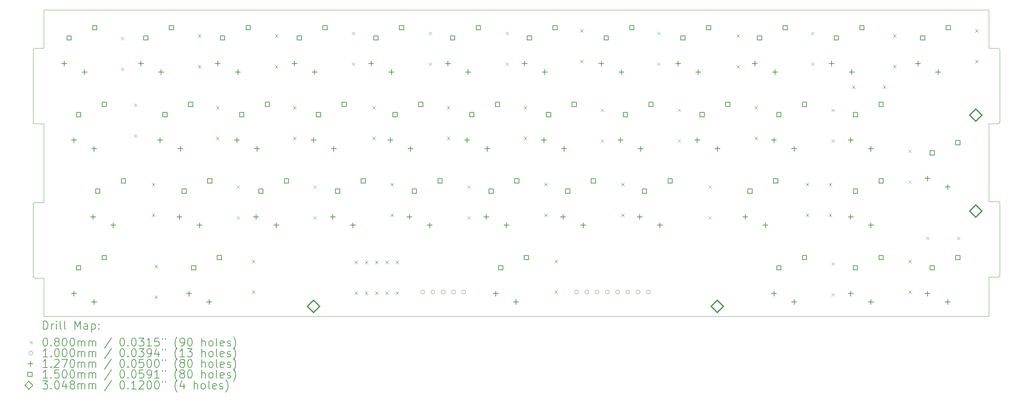
<source format=gbr>
%TF.GenerationSoftware,KiCad,Pcbnew,7.0.10*%
%TF.CreationDate,2024-04-25T18:18:34+01:00*%
%TF.ProjectId,keyboard,6b657962-6f61-4726-942e-6b696361645f,rev?*%
%TF.SameCoordinates,Original*%
%TF.FileFunction,Drillmap*%
%TF.FilePolarity,Positive*%
%FSLAX45Y45*%
G04 Gerber Fmt 4.5, Leading zero omitted, Abs format (unit mm)*
G04 Created by KiCad (PCBNEW 7.0.10) date 2024-04-25 18:18:34*
%MOMM*%
%LPD*%
G01*
G04 APERTURE LIST*
%ADD10C,0.100000*%
%ADD11C,0.200000*%
%ADD12C,0.127000*%
%ADD13C,0.150000*%
%ADD14C,0.304800*%
G04 APERTURE END LIST*
D10*
X25957500Y-10425000D02*
X25957500Y-11400000D01*
X26225000Y-8590000D02*
G75*
G03*
X26185000Y-8550000I-40000J0D01*
G01*
X25957500Y-6625000D02*
X25957500Y-8550000D01*
X26184716Y-6624716D02*
G75*
G03*
X26224716Y-6584716I4J39996D01*
G01*
X2557500Y-3800000D02*
X25957500Y-3800000D01*
X26184716Y-10424716D02*
X25957500Y-10425000D01*
X26224716Y-10384716D02*
X26225000Y-8590000D01*
X2330284Y-8575284D02*
G75*
G03*
X2290284Y-8615284I-4J-39996D01*
G01*
X25957500Y-3800000D02*
X25957500Y-4750000D01*
X26185000Y-4750000D02*
X25957500Y-4750000D01*
X2330284Y-8575284D02*
X2557500Y-8575000D01*
X26224716Y-6584716D02*
X26225000Y-4790000D01*
X2290000Y-10410000D02*
G75*
G03*
X2330000Y-10450000I40000J0D01*
G01*
X2557500Y-11400000D02*
X2557500Y-10450000D01*
X2331284Y-4750000D02*
X2558500Y-4750000D01*
X2330000Y-10450000D02*
X2557500Y-10450000D01*
X2558500Y-4750000D02*
X2557500Y-3800000D01*
X26184716Y-10424716D02*
G75*
G03*
X26224716Y-10384716I4J39996D01*
G01*
X2331284Y-4750004D02*
G75*
G03*
X2291284Y-4790000I-4J-39996D01*
G01*
X2290284Y-8615284D02*
X2290000Y-10410000D01*
X2557500Y-8575000D02*
X2558500Y-6624716D01*
X26184716Y-6624716D02*
X25957500Y-6625000D01*
X2291004Y-6584716D02*
G75*
G03*
X2331000Y-6624716I39996J-4D01*
G01*
X25957500Y-11400000D02*
X2557500Y-11400000D01*
X2331000Y-6624716D02*
X2558500Y-6624716D01*
X26185000Y-8550000D02*
X25957500Y-8550000D01*
X2291284Y-4790000D02*
X2291000Y-6584716D01*
X26225000Y-4790000D02*
G75*
G03*
X26185000Y-4750000I-40000J0D01*
G01*
D11*
D10*
X4468500Y-4468500D02*
X4548500Y-4548500D01*
X4548500Y-4468500D02*
X4468500Y-4548500D01*
X4468500Y-5230500D02*
X4548500Y-5310500D01*
X4548500Y-5230500D02*
X4468500Y-5310500D01*
X4786000Y-6119500D02*
X4866000Y-6199500D01*
X4866000Y-6119500D02*
X4786000Y-6199500D01*
X4786000Y-6881500D02*
X4866000Y-6961500D01*
X4866000Y-6881500D02*
X4786000Y-6961500D01*
X5230500Y-8088000D02*
X5310500Y-8168000D01*
X5310500Y-8088000D02*
X5230500Y-8168000D01*
X5230500Y-8850000D02*
X5310500Y-8930000D01*
X5310500Y-8850000D02*
X5230500Y-8930000D01*
X5294000Y-10120000D02*
X5374000Y-10200000D01*
X5374000Y-10120000D02*
X5294000Y-10200000D01*
X5294000Y-10882000D02*
X5374000Y-10962000D01*
X5374000Y-10882000D02*
X5294000Y-10962000D01*
X6373500Y-4405000D02*
X6453500Y-4485000D01*
X6453500Y-4405000D02*
X6373500Y-4485000D01*
X6373500Y-5167000D02*
X6453500Y-5247000D01*
X6453500Y-5167000D02*
X6373500Y-5247000D01*
X6818000Y-6183000D02*
X6898000Y-6263000D01*
X6898000Y-6183000D02*
X6818000Y-6263000D01*
X6818000Y-6945000D02*
X6898000Y-7025000D01*
X6898000Y-6945000D02*
X6818000Y-7025000D01*
X7326000Y-8151500D02*
X7406000Y-8231500D01*
X7406000Y-8151500D02*
X7326000Y-8231500D01*
X7326000Y-8913500D02*
X7406000Y-8993500D01*
X7406000Y-8913500D02*
X7326000Y-8993500D01*
X7707000Y-9993000D02*
X7787000Y-10073000D01*
X7787000Y-9993000D02*
X7707000Y-10073000D01*
X7707000Y-10755000D02*
X7787000Y-10835000D01*
X7787000Y-10755000D02*
X7707000Y-10835000D01*
X8278500Y-4405000D02*
X8358500Y-4485000D01*
X8358500Y-4405000D02*
X8278500Y-4485000D01*
X8278500Y-5167000D02*
X8358500Y-5247000D01*
X8358500Y-5167000D02*
X8278500Y-5247000D01*
X8723000Y-6183000D02*
X8803000Y-6263000D01*
X8803000Y-6183000D02*
X8723000Y-6263000D01*
X8723000Y-6945000D02*
X8803000Y-7025000D01*
X8803000Y-6945000D02*
X8723000Y-7025000D01*
X9231000Y-8151500D02*
X9311000Y-8231500D01*
X9311000Y-8151500D02*
X9231000Y-8231500D01*
X9231000Y-8913500D02*
X9311000Y-8993500D01*
X9311000Y-8913500D02*
X9231000Y-8993500D01*
X10183500Y-4341500D02*
X10263500Y-4421500D01*
X10263500Y-4341500D02*
X10183500Y-4421500D01*
X10183500Y-5103500D02*
X10263500Y-5183500D01*
X10263500Y-5103500D02*
X10183500Y-5183500D01*
X10247000Y-10018400D02*
X10327000Y-10098400D01*
X10327000Y-10018400D02*
X10247000Y-10098400D01*
X10247000Y-10780400D02*
X10327000Y-10860400D01*
X10327000Y-10780400D02*
X10247000Y-10860400D01*
X10501000Y-10018400D02*
X10581000Y-10098400D01*
X10581000Y-10018400D02*
X10501000Y-10098400D01*
X10501000Y-10780400D02*
X10581000Y-10860400D01*
X10581000Y-10780400D02*
X10501000Y-10860400D01*
X10691500Y-6183000D02*
X10771500Y-6263000D01*
X10771500Y-6183000D02*
X10691500Y-6263000D01*
X10691500Y-6945000D02*
X10771500Y-7025000D01*
X10771500Y-6945000D02*
X10691500Y-7025000D01*
X10755000Y-10018400D02*
X10835000Y-10098400D01*
X10835000Y-10018400D02*
X10755000Y-10098400D01*
X10755000Y-10780400D02*
X10835000Y-10860400D01*
X10835000Y-10780400D02*
X10755000Y-10860400D01*
X11009000Y-10018400D02*
X11089000Y-10098400D01*
X11089000Y-10018400D02*
X11009000Y-10098400D01*
X11009000Y-10780400D02*
X11089000Y-10860400D01*
X11089000Y-10780400D02*
X11009000Y-10860400D01*
X11136000Y-8088000D02*
X11216000Y-8168000D01*
X11216000Y-8088000D02*
X11136000Y-8168000D01*
X11136000Y-8850000D02*
X11216000Y-8930000D01*
X11216000Y-8850000D02*
X11136000Y-8930000D01*
X11263000Y-10018400D02*
X11343000Y-10098400D01*
X11343000Y-10018400D02*
X11263000Y-10098400D01*
X11263000Y-10780400D02*
X11343000Y-10860400D01*
X11343000Y-10780400D02*
X11263000Y-10860400D01*
X12088500Y-4341500D02*
X12168500Y-4421500D01*
X12168500Y-4341500D02*
X12088500Y-4421500D01*
X12088500Y-5103500D02*
X12168500Y-5183500D01*
X12168500Y-5103500D02*
X12088500Y-5183500D01*
X12533000Y-6183000D02*
X12613000Y-6263000D01*
X12613000Y-6183000D02*
X12533000Y-6263000D01*
X12533000Y-6945000D02*
X12613000Y-7025000D01*
X12613000Y-6945000D02*
X12533000Y-7025000D01*
X13041000Y-8151500D02*
X13121000Y-8231500D01*
X13121000Y-8151500D02*
X13041000Y-8231500D01*
X13041000Y-8913500D02*
X13121000Y-8993500D01*
X13121000Y-8913500D02*
X13041000Y-8993500D01*
X13993500Y-4341500D02*
X14073500Y-4421500D01*
X14073500Y-4341500D02*
X13993500Y-4421500D01*
X13993500Y-5103500D02*
X14073500Y-5183500D01*
X14073500Y-5103500D02*
X13993500Y-5183500D01*
X14438000Y-6183000D02*
X14518000Y-6263000D01*
X14518000Y-6183000D02*
X14438000Y-6263000D01*
X14438000Y-6945000D02*
X14518000Y-7025000D01*
X14518000Y-6945000D02*
X14438000Y-7025000D01*
X14946000Y-8088000D02*
X15026000Y-8168000D01*
X15026000Y-8088000D02*
X14946000Y-8168000D01*
X14946000Y-8850000D02*
X15026000Y-8930000D01*
X15026000Y-8850000D02*
X14946000Y-8930000D01*
X15200000Y-9993000D02*
X15280000Y-10073000D01*
X15280000Y-9993000D02*
X15200000Y-10073000D01*
X15200000Y-10755000D02*
X15280000Y-10835000D01*
X15280000Y-10755000D02*
X15200000Y-10835000D01*
X15835000Y-4278000D02*
X15915000Y-4358000D01*
X15915000Y-4278000D02*
X15835000Y-4358000D01*
X15835000Y-5040000D02*
X15915000Y-5120000D01*
X15915000Y-5040000D02*
X15835000Y-5120000D01*
X16343000Y-6246500D02*
X16423000Y-6326500D01*
X16423000Y-6246500D02*
X16343000Y-6326500D01*
X16343000Y-7008500D02*
X16423000Y-7088500D01*
X16423000Y-7008500D02*
X16343000Y-7088500D01*
X16851000Y-8088000D02*
X16931000Y-8168000D01*
X16931000Y-8088000D02*
X16851000Y-8168000D01*
X16851000Y-8850000D02*
X16931000Y-8930000D01*
X16931000Y-8850000D02*
X16851000Y-8930000D01*
X17740000Y-4341500D02*
X17820000Y-4421500D01*
X17820000Y-4341500D02*
X17740000Y-4421500D01*
X17740000Y-5103500D02*
X17820000Y-5183500D01*
X17820000Y-5103500D02*
X17740000Y-5183500D01*
X18248000Y-6246500D02*
X18328000Y-6326500D01*
X18328000Y-6246500D02*
X18248000Y-6326500D01*
X18248000Y-7008500D02*
X18328000Y-7088500D01*
X18328000Y-7008500D02*
X18248000Y-7088500D01*
X19010000Y-8151500D02*
X19090000Y-8231500D01*
X19090000Y-8151500D02*
X19010000Y-8231500D01*
X19010000Y-8913500D02*
X19090000Y-8993500D01*
X19090000Y-8913500D02*
X19010000Y-8993500D01*
X19708500Y-4405000D02*
X19788500Y-4485000D01*
X19788500Y-4405000D02*
X19708500Y-4485000D01*
X19708500Y-5167000D02*
X19788500Y-5247000D01*
X19788500Y-5167000D02*
X19708500Y-5247000D01*
X20153000Y-6183000D02*
X20233000Y-6263000D01*
X20233000Y-6183000D02*
X20153000Y-6263000D01*
X20153000Y-6945000D02*
X20233000Y-7025000D01*
X20233000Y-6945000D02*
X20153000Y-7025000D01*
X21423000Y-8088000D02*
X21503000Y-8168000D01*
X21503000Y-8088000D02*
X21423000Y-8168000D01*
X21423000Y-8850000D02*
X21503000Y-8930000D01*
X21503000Y-8850000D02*
X21423000Y-8930000D01*
X21550000Y-4341500D02*
X21630000Y-4421500D01*
X21630000Y-4341500D02*
X21550000Y-4421500D01*
X21550000Y-5103500D02*
X21630000Y-5183500D01*
X21630000Y-5103500D02*
X21550000Y-5183500D01*
X21994500Y-8088000D02*
X22074500Y-8168000D01*
X22074500Y-8088000D02*
X21994500Y-8168000D01*
X21994500Y-8850000D02*
X22074500Y-8930000D01*
X22074500Y-8850000D02*
X21994500Y-8930000D01*
X22058000Y-6246500D02*
X22138000Y-6326500D01*
X22138000Y-6246500D02*
X22058000Y-6326500D01*
X22058000Y-7008500D02*
X22138000Y-7088500D01*
X22138000Y-7008500D02*
X22058000Y-7088500D01*
X22058000Y-10056500D02*
X22138000Y-10136500D01*
X22138000Y-10056500D02*
X22058000Y-10136500D01*
X22058000Y-10818500D02*
X22138000Y-10898500D01*
X22138000Y-10818500D02*
X22058000Y-10898500D01*
X22566000Y-5675000D02*
X22646000Y-5755000D01*
X22646000Y-5675000D02*
X22566000Y-5755000D01*
X23328000Y-5675000D02*
X23408000Y-5755000D01*
X23408000Y-5675000D02*
X23328000Y-5755000D01*
X23582000Y-4405000D02*
X23662000Y-4485000D01*
X23662000Y-4405000D02*
X23582000Y-4485000D01*
X23582000Y-5167000D02*
X23662000Y-5247000D01*
X23662000Y-5167000D02*
X23582000Y-5247000D01*
X23963000Y-7262500D02*
X24043000Y-7342500D01*
X24043000Y-7262500D02*
X23963000Y-7342500D01*
X23963000Y-8024500D02*
X24043000Y-8104500D01*
X24043000Y-8024500D02*
X23963000Y-8104500D01*
X23963000Y-9993000D02*
X24043000Y-10073000D01*
X24043000Y-9993000D02*
X23963000Y-10073000D01*
X23963000Y-10755000D02*
X24043000Y-10835000D01*
X24043000Y-10755000D02*
X23963000Y-10835000D01*
X24407500Y-9421500D02*
X24487500Y-9501500D01*
X24487500Y-9421500D02*
X24407500Y-9501500D01*
X25169500Y-9421500D02*
X25249500Y-9501500D01*
X25249500Y-9421500D02*
X25169500Y-9501500D01*
X25614000Y-4278000D02*
X25694000Y-4358000D01*
X25694000Y-4278000D02*
X25614000Y-4358000D01*
X25614000Y-5040000D02*
X25694000Y-5120000D01*
X25694000Y-5040000D02*
X25614000Y-5120000D01*
X11988000Y-10795000D02*
G75*
G03*
X11888000Y-10795000I-50000J0D01*
G01*
X11888000Y-10795000D02*
G75*
G03*
X11988000Y-10795000I50000J0D01*
G01*
X12242000Y-10795000D02*
G75*
G03*
X12142000Y-10795000I-50000J0D01*
G01*
X12142000Y-10795000D02*
G75*
G03*
X12242000Y-10795000I50000J0D01*
G01*
X12496000Y-10795000D02*
G75*
G03*
X12396000Y-10795000I-50000J0D01*
G01*
X12396000Y-10795000D02*
G75*
G03*
X12496000Y-10795000I50000J0D01*
G01*
X12750000Y-10795000D02*
G75*
G03*
X12650000Y-10795000I-50000J0D01*
G01*
X12650000Y-10795000D02*
G75*
G03*
X12750000Y-10795000I50000J0D01*
G01*
X13004000Y-10795000D02*
G75*
G03*
X12904000Y-10795000I-50000J0D01*
G01*
X12904000Y-10795000D02*
G75*
G03*
X13004000Y-10795000I50000J0D01*
G01*
X15798000Y-10795000D02*
G75*
G03*
X15698000Y-10795000I-50000J0D01*
G01*
X15698000Y-10795000D02*
G75*
G03*
X15798000Y-10795000I50000J0D01*
G01*
X16052000Y-10795000D02*
G75*
G03*
X15952000Y-10795000I-50000J0D01*
G01*
X15952000Y-10795000D02*
G75*
G03*
X16052000Y-10795000I50000J0D01*
G01*
X16306000Y-10795000D02*
G75*
G03*
X16206000Y-10795000I-50000J0D01*
G01*
X16206000Y-10795000D02*
G75*
G03*
X16306000Y-10795000I50000J0D01*
G01*
X16560000Y-10795000D02*
G75*
G03*
X16460000Y-10795000I-50000J0D01*
G01*
X16460000Y-10795000D02*
G75*
G03*
X16560000Y-10795000I50000J0D01*
G01*
X16814000Y-10795000D02*
G75*
G03*
X16714000Y-10795000I-50000J0D01*
G01*
X16714000Y-10795000D02*
G75*
G03*
X16814000Y-10795000I50000J0D01*
G01*
X17068000Y-10795000D02*
G75*
G03*
X16968000Y-10795000I-50000J0D01*
G01*
X16968000Y-10795000D02*
G75*
G03*
X17068000Y-10795000I50000J0D01*
G01*
X17322000Y-10795000D02*
G75*
G03*
X17222000Y-10795000I-50000J0D01*
G01*
X17222000Y-10795000D02*
G75*
G03*
X17322000Y-10795000I50000J0D01*
G01*
X17576000Y-10795000D02*
G75*
G03*
X17476000Y-10795000I-50000J0D01*
G01*
X17476000Y-10795000D02*
G75*
G03*
X17576000Y-10795000I50000J0D01*
G01*
D12*
X3062500Y-5066500D02*
X3062500Y-5193500D01*
X2999000Y-5130000D02*
X3126000Y-5130000D01*
X3300000Y-6966500D02*
X3300000Y-7093500D01*
X3236500Y-7030000D02*
X3363500Y-7030000D01*
X3300000Y-10766500D02*
X3300000Y-10893500D01*
X3236500Y-10830000D02*
X3363500Y-10830000D01*
X3562500Y-5276500D02*
X3562500Y-5403500D01*
X3499000Y-5340000D02*
X3626000Y-5340000D01*
X3775000Y-8866500D02*
X3775000Y-8993500D01*
X3711500Y-8930000D02*
X3838500Y-8930000D01*
X3800000Y-7176500D02*
X3800000Y-7303500D01*
X3736500Y-7240000D02*
X3863500Y-7240000D01*
X3800000Y-10976500D02*
X3800000Y-11103500D01*
X3736500Y-11040000D02*
X3863500Y-11040000D01*
X4275000Y-9076500D02*
X4275000Y-9203500D01*
X4211500Y-9140000D02*
X4338500Y-9140000D01*
X4962500Y-5066500D02*
X4962500Y-5193500D01*
X4899000Y-5130000D02*
X5026000Y-5130000D01*
X5437500Y-6966500D02*
X5437500Y-7093500D01*
X5374000Y-7030000D02*
X5501000Y-7030000D01*
X5462500Y-5276500D02*
X5462500Y-5403500D01*
X5399000Y-5340000D02*
X5526000Y-5340000D01*
X5912500Y-8866500D02*
X5912500Y-8993500D01*
X5849000Y-8930000D02*
X5976000Y-8930000D01*
X5937500Y-7176500D02*
X5937500Y-7303500D01*
X5874000Y-7240000D02*
X6001000Y-7240000D01*
X6150000Y-10766500D02*
X6150000Y-10893500D01*
X6086500Y-10830000D02*
X6213500Y-10830000D01*
X6412500Y-9076500D02*
X6412500Y-9203500D01*
X6349000Y-9140000D02*
X6476000Y-9140000D01*
X6650000Y-10976500D02*
X6650000Y-11103500D01*
X6586500Y-11040000D02*
X6713500Y-11040000D01*
X6862500Y-5066500D02*
X6862500Y-5193500D01*
X6799000Y-5130000D02*
X6926000Y-5130000D01*
X7337500Y-6966500D02*
X7337500Y-7093500D01*
X7274000Y-7030000D02*
X7401000Y-7030000D01*
X7362500Y-5276500D02*
X7362500Y-5403500D01*
X7299000Y-5340000D02*
X7426000Y-5340000D01*
X7812500Y-8866500D02*
X7812500Y-8993500D01*
X7749000Y-8930000D02*
X7876000Y-8930000D01*
X7837500Y-7176500D02*
X7837500Y-7303500D01*
X7774000Y-7240000D02*
X7901000Y-7240000D01*
X8312500Y-9076500D02*
X8312500Y-9203500D01*
X8249000Y-9140000D02*
X8376000Y-9140000D01*
X8762500Y-5066500D02*
X8762500Y-5193500D01*
X8699000Y-5130000D02*
X8826000Y-5130000D01*
X9237500Y-6966500D02*
X9237500Y-7093500D01*
X9174000Y-7030000D02*
X9301000Y-7030000D01*
X9262500Y-5276500D02*
X9262500Y-5403500D01*
X9199000Y-5340000D02*
X9326000Y-5340000D01*
X9712500Y-8866500D02*
X9712500Y-8993500D01*
X9649000Y-8930000D02*
X9776000Y-8930000D01*
X9737500Y-7176500D02*
X9737500Y-7303500D01*
X9674000Y-7240000D02*
X9801000Y-7240000D01*
X10212500Y-9076500D02*
X10212500Y-9203500D01*
X10149000Y-9140000D02*
X10276000Y-9140000D01*
X10662500Y-5066500D02*
X10662500Y-5193500D01*
X10599000Y-5130000D02*
X10726000Y-5130000D01*
X11137500Y-6966500D02*
X11137500Y-7093500D01*
X11074000Y-7030000D02*
X11201000Y-7030000D01*
X11162500Y-5276500D02*
X11162500Y-5403500D01*
X11099000Y-5340000D02*
X11226000Y-5340000D01*
X11612500Y-8866500D02*
X11612500Y-8993500D01*
X11549000Y-8930000D02*
X11676000Y-8930000D01*
X11637500Y-7176500D02*
X11637500Y-7303500D01*
X11574000Y-7240000D02*
X11701000Y-7240000D01*
X12112500Y-9076500D02*
X12112500Y-9203500D01*
X12049000Y-9140000D02*
X12176000Y-9140000D01*
X12562500Y-5066500D02*
X12562500Y-5193500D01*
X12499000Y-5130000D02*
X12626000Y-5130000D01*
X13037500Y-6966500D02*
X13037500Y-7093500D01*
X12974000Y-7030000D02*
X13101000Y-7030000D01*
X13062500Y-5276500D02*
X13062500Y-5403500D01*
X12999000Y-5340000D02*
X13126000Y-5340000D01*
X13512500Y-8866500D02*
X13512500Y-8993500D01*
X13449000Y-8930000D02*
X13576000Y-8930000D01*
X13537500Y-7176500D02*
X13537500Y-7303500D01*
X13474000Y-7240000D02*
X13601000Y-7240000D01*
X13750000Y-10766500D02*
X13750000Y-10893500D01*
X13686500Y-10830000D02*
X13813500Y-10830000D01*
X14012500Y-9076500D02*
X14012500Y-9203500D01*
X13949000Y-9140000D02*
X14076000Y-9140000D01*
X14250000Y-10976500D02*
X14250000Y-11103500D01*
X14186500Y-11040000D02*
X14313500Y-11040000D01*
X14462500Y-5066500D02*
X14462500Y-5193500D01*
X14399000Y-5130000D02*
X14526000Y-5130000D01*
X14937500Y-6966500D02*
X14937500Y-7093500D01*
X14874000Y-7030000D02*
X15001000Y-7030000D01*
X14962500Y-5276500D02*
X14962500Y-5403500D01*
X14899000Y-5340000D02*
X15026000Y-5340000D01*
X15412500Y-8866500D02*
X15412500Y-8993500D01*
X15349000Y-8930000D02*
X15476000Y-8930000D01*
X15437500Y-7176500D02*
X15437500Y-7303500D01*
X15374000Y-7240000D02*
X15501000Y-7240000D01*
X15912500Y-9076500D02*
X15912500Y-9203500D01*
X15849000Y-9140000D02*
X15976000Y-9140000D01*
X16362500Y-5066500D02*
X16362500Y-5193500D01*
X16299000Y-5130000D02*
X16426000Y-5130000D01*
X16837500Y-6966500D02*
X16837500Y-7093500D01*
X16774000Y-7030000D02*
X16901000Y-7030000D01*
X16862500Y-5276500D02*
X16862500Y-5403500D01*
X16799000Y-5340000D02*
X16926000Y-5340000D01*
X17312500Y-8866500D02*
X17312500Y-8993500D01*
X17249000Y-8930000D02*
X17376000Y-8930000D01*
X17337500Y-7176500D02*
X17337500Y-7303500D01*
X17274000Y-7240000D02*
X17401000Y-7240000D01*
X17812500Y-9076500D02*
X17812500Y-9203500D01*
X17749000Y-9140000D02*
X17876000Y-9140000D01*
X18262500Y-5066500D02*
X18262500Y-5193500D01*
X18199000Y-5130000D02*
X18326000Y-5130000D01*
X18737500Y-6966500D02*
X18737500Y-7093500D01*
X18674000Y-7030000D02*
X18801000Y-7030000D01*
X18762500Y-5276500D02*
X18762500Y-5403500D01*
X18699000Y-5340000D02*
X18826000Y-5340000D01*
X19237500Y-7176500D02*
X19237500Y-7303500D01*
X19174000Y-7240000D02*
X19301000Y-7240000D01*
X19925000Y-8866500D02*
X19925000Y-8993500D01*
X19861500Y-8930000D02*
X19988500Y-8930000D01*
X20162500Y-5066500D02*
X20162500Y-5193500D01*
X20099000Y-5130000D02*
X20226000Y-5130000D01*
X20425000Y-9076500D02*
X20425000Y-9203500D01*
X20361500Y-9140000D02*
X20488500Y-9140000D01*
X20637500Y-6966500D02*
X20637500Y-7093500D01*
X20574000Y-7030000D02*
X20701000Y-7030000D01*
X20637500Y-10766500D02*
X20637500Y-10893500D01*
X20574000Y-10830000D02*
X20701000Y-10830000D01*
X20662500Y-5276500D02*
X20662500Y-5403500D01*
X20599000Y-5340000D02*
X20726000Y-5340000D01*
X21137500Y-7176500D02*
X21137500Y-7303500D01*
X21074000Y-7240000D02*
X21201000Y-7240000D01*
X21137500Y-10976500D02*
X21137500Y-11103500D01*
X21074000Y-11040000D02*
X21201000Y-11040000D01*
X22062500Y-5066500D02*
X22062500Y-5193500D01*
X21999000Y-5130000D02*
X22126000Y-5130000D01*
X22537500Y-6966500D02*
X22537500Y-7093500D01*
X22474000Y-7030000D02*
X22601000Y-7030000D01*
X22537500Y-8866500D02*
X22537500Y-8993500D01*
X22474000Y-8930000D02*
X22601000Y-8930000D01*
X22537500Y-10766500D02*
X22537500Y-10893500D01*
X22474000Y-10830000D02*
X22601000Y-10830000D01*
X22562500Y-5276500D02*
X22562500Y-5403500D01*
X22499000Y-5340000D02*
X22626000Y-5340000D01*
X23037500Y-7176500D02*
X23037500Y-7303500D01*
X22974000Y-7240000D02*
X23101000Y-7240000D01*
X23037500Y-9076500D02*
X23037500Y-9203500D01*
X22974000Y-9140000D02*
X23101000Y-9140000D01*
X23037500Y-10976500D02*
X23037500Y-11103500D01*
X22974000Y-11040000D02*
X23101000Y-11040000D01*
X24200000Y-5066500D02*
X24200000Y-5193500D01*
X24136500Y-5130000D02*
X24263500Y-5130000D01*
X24437500Y-7916500D02*
X24437500Y-8043500D01*
X24374000Y-7980000D02*
X24501000Y-7980000D01*
X24437500Y-10766500D02*
X24437500Y-10893500D01*
X24374000Y-10830000D02*
X24501000Y-10830000D01*
X24700000Y-5276500D02*
X24700000Y-5403500D01*
X24636500Y-5340000D02*
X24763500Y-5340000D01*
X24937500Y-8126500D02*
X24937500Y-8253500D01*
X24874000Y-8190000D02*
X25001000Y-8190000D01*
X24937500Y-10976500D02*
X24937500Y-11103500D01*
X24874000Y-11040000D02*
X25001000Y-11040000D01*
D13*
X3234533Y-4549034D02*
X3234533Y-4442967D01*
X3128466Y-4442967D01*
X3128466Y-4549034D01*
X3234533Y-4549034D01*
X3472033Y-6449033D02*
X3472033Y-6342966D01*
X3365966Y-6342966D01*
X3365966Y-6449033D01*
X3472033Y-6449033D01*
X3472033Y-10249034D02*
X3472033Y-10142967D01*
X3365966Y-10142967D01*
X3365966Y-10249034D01*
X3472033Y-10249034D01*
X3869533Y-4295034D02*
X3869533Y-4188966D01*
X3763466Y-4188966D01*
X3763466Y-4295034D01*
X3869533Y-4295034D01*
X3947033Y-8349033D02*
X3947033Y-8242966D01*
X3840966Y-8242966D01*
X3840966Y-8349033D01*
X3947033Y-8349033D01*
X4107033Y-6195033D02*
X4107033Y-6088966D01*
X4000966Y-6088966D01*
X4000966Y-6195033D01*
X4107033Y-6195033D01*
X4107033Y-9995034D02*
X4107033Y-9888967D01*
X4000966Y-9888967D01*
X4000966Y-9995034D01*
X4107033Y-9995034D01*
X4582034Y-8095033D02*
X4582034Y-7988966D01*
X4475967Y-7988966D01*
X4475967Y-8095033D01*
X4582034Y-8095033D01*
X5134534Y-4549034D02*
X5134534Y-4442967D01*
X5028467Y-4442967D01*
X5028467Y-4549034D01*
X5134534Y-4549034D01*
X5609533Y-6449033D02*
X5609533Y-6342966D01*
X5503467Y-6342966D01*
X5503467Y-6449033D01*
X5609533Y-6449033D01*
X5769533Y-4295034D02*
X5769533Y-4188966D01*
X5663466Y-4188966D01*
X5663466Y-4295034D01*
X5769533Y-4295034D01*
X6084533Y-8349033D02*
X6084533Y-8242966D01*
X5978466Y-8242966D01*
X5978466Y-8349033D01*
X6084533Y-8349033D01*
X6244533Y-6195033D02*
X6244533Y-6088966D01*
X6138466Y-6088966D01*
X6138466Y-6195033D01*
X6244533Y-6195033D01*
X6322033Y-10249034D02*
X6322033Y-10142967D01*
X6215966Y-10142967D01*
X6215966Y-10249034D01*
X6322033Y-10249034D01*
X6719533Y-8095033D02*
X6719533Y-7988966D01*
X6613466Y-7988966D01*
X6613466Y-8095033D01*
X6719533Y-8095033D01*
X6957033Y-9995034D02*
X6957033Y-9888967D01*
X6850966Y-9888967D01*
X6850966Y-9995034D01*
X6957033Y-9995034D01*
X7034533Y-4549034D02*
X7034533Y-4442967D01*
X6928466Y-4442967D01*
X6928466Y-4549034D01*
X7034533Y-4549034D01*
X7509533Y-6449033D02*
X7509533Y-6342966D01*
X7403466Y-6342966D01*
X7403466Y-6449033D01*
X7509533Y-6449033D01*
X7669533Y-4295034D02*
X7669533Y-4188966D01*
X7563466Y-4188966D01*
X7563466Y-4295034D01*
X7669533Y-4295034D01*
X7984533Y-8349033D02*
X7984533Y-8242966D01*
X7878466Y-8242966D01*
X7878466Y-8349033D01*
X7984533Y-8349033D01*
X8144533Y-6195033D02*
X8144533Y-6088966D01*
X8038466Y-6088966D01*
X8038466Y-6195033D01*
X8144533Y-6195033D01*
X8619534Y-8095033D02*
X8619534Y-7988966D01*
X8513467Y-7988966D01*
X8513467Y-8095033D01*
X8619534Y-8095033D01*
X8934534Y-4549034D02*
X8934534Y-4442967D01*
X8828467Y-4442967D01*
X8828467Y-4549034D01*
X8934534Y-4549034D01*
X9409534Y-6449033D02*
X9409534Y-6342966D01*
X9303467Y-6342966D01*
X9303467Y-6449033D01*
X9409534Y-6449033D01*
X9569534Y-4295034D02*
X9569534Y-4188966D01*
X9463467Y-4188966D01*
X9463467Y-4295034D01*
X9569534Y-4295034D01*
X9884534Y-8349033D02*
X9884534Y-8242966D01*
X9778467Y-8242966D01*
X9778467Y-8349033D01*
X9884534Y-8349033D01*
X10044534Y-6195033D02*
X10044534Y-6088966D01*
X9938467Y-6088966D01*
X9938467Y-6195033D01*
X10044534Y-6195033D01*
X10519534Y-8095033D02*
X10519534Y-7988966D01*
X10413467Y-7988966D01*
X10413467Y-8095033D01*
X10519534Y-8095033D01*
X10834534Y-4549034D02*
X10834534Y-4442967D01*
X10728467Y-4442967D01*
X10728467Y-4549034D01*
X10834534Y-4549034D01*
X11309533Y-6449033D02*
X11309533Y-6342966D01*
X11203466Y-6342966D01*
X11203466Y-6449033D01*
X11309533Y-6449033D01*
X11469533Y-4295034D02*
X11469533Y-4188966D01*
X11363466Y-4188966D01*
X11363466Y-4295034D01*
X11469533Y-4295034D01*
X11784533Y-8349033D02*
X11784533Y-8242966D01*
X11678466Y-8242966D01*
X11678466Y-8349033D01*
X11784533Y-8349033D01*
X11944533Y-6195033D02*
X11944533Y-6088966D01*
X11838466Y-6088966D01*
X11838466Y-6195033D01*
X11944533Y-6195033D01*
X12419533Y-8095033D02*
X12419533Y-7988966D01*
X12313466Y-7988966D01*
X12313466Y-8095033D01*
X12419533Y-8095033D01*
X12734533Y-4549034D02*
X12734533Y-4442967D01*
X12628466Y-4442967D01*
X12628466Y-4549034D01*
X12734533Y-4549034D01*
X13209533Y-6449033D02*
X13209533Y-6342966D01*
X13103466Y-6342966D01*
X13103466Y-6449033D01*
X13209533Y-6449033D01*
X13369533Y-4295034D02*
X13369533Y-4188966D01*
X13263466Y-4188966D01*
X13263466Y-4295034D01*
X13369533Y-4295034D01*
X13684533Y-8349033D02*
X13684533Y-8242966D01*
X13578466Y-8242966D01*
X13578466Y-8349033D01*
X13684533Y-8349033D01*
X13844533Y-6195033D02*
X13844533Y-6088966D01*
X13738466Y-6088966D01*
X13738466Y-6195033D01*
X13844533Y-6195033D01*
X13922033Y-10249034D02*
X13922033Y-10142967D01*
X13815966Y-10142967D01*
X13815966Y-10249034D01*
X13922033Y-10249034D01*
X14319533Y-8095033D02*
X14319533Y-7988966D01*
X14213466Y-7988966D01*
X14213466Y-8095033D01*
X14319533Y-8095033D01*
X14557033Y-9995034D02*
X14557033Y-9888967D01*
X14450966Y-9888967D01*
X14450966Y-9995034D01*
X14557033Y-9995034D01*
X14634533Y-4549034D02*
X14634533Y-4442967D01*
X14528466Y-4442967D01*
X14528466Y-4549034D01*
X14634533Y-4549034D01*
X15109533Y-6449033D02*
X15109533Y-6342966D01*
X15003466Y-6342966D01*
X15003466Y-6449033D01*
X15109533Y-6449033D01*
X15269533Y-4295034D02*
X15269533Y-4188966D01*
X15163466Y-4188966D01*
X15163466Y-4295034D01*
X15269533Y-4295034D01*
X15584533Y-8349033D02*
X15584533Y-8242966D01*
X15478466Y-8242966D01*
X15478466Y-8349033D01*
X15584533Y-8349033D01*
X15744533Y-6195033D02*
X15744533Y-6088966D01*
X15638466Y-6088966D01*
X15638466Y-6195033D01*
X15744533Y-6195033D01*
X16219533Y-8095033D02*
X16219533Y-7988966D01*
X16113466Y-7988966D01*
X16113466Y-8095033D01*
X16219533Y-8095033D01*
X16534533Y-4549034D02*
X16534533Y-4442967D01*
X16428466Y-4442967D01*
X16428466Y-4549034D01*
X16534533Y-4549034D01*
X17009534Y-6449033D02*
X17009534Y-6342966D01*
X16903467Y-6342966D01*
X16903467Y-6449033D01*
X17009534Y-6449033D01*
X17169534Y-4295034D02*
X17169534Y-4188966D01*
X17063467Y-4188966D01*
X17063467Y-4295034D01*
X17169534Y-4295034D01*
X17484534Y-8349033D02*
X17484534Y-8242966D01*
X17378467Y-8242966D01*
X17378467Y-8349033D01*
X17484534Y-8349033D01*
X17644534Y-6195033D02*
X17644534Y-6088966D01*
X17538467Y-6088966D01*
X17538467Y-6195033D01*
X17644534Y-6195033D01*
X18119534Y-8095033D02*
X18119534Y-7988966D01*
X18013467Y-7988966D01*
X18013467Y-8095033D01*
X18119534Y-8095033D01*
X18434534Y-4549034D02*
X18434534Y-4442967D01*
X18328467Y-4442967D01*
X18328467Y-4549034D01*
X18434534Y-4549034D01*
X18909534Y-6449033D02*
X18909534Y-6342966D01*
X18803467Y-6342966D01*
X18803467Y-6449033D01*
X18909534Y-6449033D01*
X19069534Y-4295034D02*
X19069534Y-4188966D01*
X18963467Y-4188966D01*
X18963467Y-4295034D01*
X19069534Y-4295034D01*
X19544534Y-6195033D02*
X19544534Y-6088966D01*
X19438467Y-6088966D01*
X19438467Y-6195033D01*
X19544534Y-6195033D01*
X20097034Y-8349033D02*
X20097034Y-8242966D01*
X19990967Y-8242966D01*
X19990967Y-8349033D01*
X20097034Y-8349033D01*
X20334534Y-4549034D02*
X20334534Y-4442967D01*
X20228467Y-4442967D01*
X20228467Y-4549034D01*
X20334534Y-4549034D01*
X20732034Y-8095033D02*
X20732034Y-7988966D01*
X20625967Y-7988966D01*
X20625967Y-8095033D01*
X20732034Y-8095033D01*
X20809534Y-6449033D02*
X20809534Y-6342966D01*
X20703467Y-6342966D01*
X20703467Y-6449033D01*
X20809534Y-6449033D01*
X20809534Y-10249034D02*
X20809534Y-10142967D01*
X20703467Y-10142967D01*
X20703467Y-10249034D01*
X20809534Y-10249034D01*
X20969534Y-4295034D02*
X20969534Y-4188966D01*
X20863467Y-4188966D01*
X20863467Y-4295034D01*
X20969534Y-4295034D01*
X21444534Y-6195033D02*
X21444534Y-6088966D01*
X21338467Y-6088966D01*
X21338467Y-6195033D01*
X21444534Y-6195033D01*
X21444534Y-9995034D02*
X21444534Y-9888967D01*
X21338467Y-9888967D01*
X21338467Y-9995034D01*
X21444534Y-9995034D01*
X22234534Y-4549034D02*
X22234534Y-4442967D01*
X22128467Y-4442967D01*
X22128467Y-4549034D01*
X22234534Y-4549034D01*
X22709533Y-6449033D02*
X22709533Y-6342966D01*
X22603466Y-6342966D01*
X22603466Y-6449033D01*
X22709533Y-6449033D01*
X22709533Y-8349033D02*
X22709533Y-8242966D01*
X22603466Y-8242966D01*
X22603466Y-8349033D01*
X22709533Y-8349033D01*
X22709533Y-10249034D02*
X22709533Y-10142967D01*
X22603466Y-10142967D01*
X22603466Y-10249034D01*
X22709533Y-10249034D01*
X22869533Y-4295034D02*
X22869533Y-4188966D01*
X22763466Y-4188966D01*
X22763466Y-4295034D01*
X22869533Y-4295034D01*
X23344533Y-6195033D02*
X23344533Y-6088966D01*
X23238466Y-6088966D01*
X23238466Y-6195033D01*
X23344533Y-6195033D01*
X23344533Y-8095033D02*
X23344533Y-7988966D01*
X23238466Y-7988966D01*
X23238466Y-8095033D01*
X23344533Y-8095033D01*
X23344533Y-9995034D02*
X23344533Y-9888967D01*
X23238466Y-9888967D01*
X23238466Y-9995034D01*
X23344533Y-9995034D01*
X24372033Y-4549034D02*
X24372033Y-4442967D01*
X24265966Y-4442967D01*
X24265966Y-4549034D01*
X24372033Y-4549034D01*
X24609533Y-7399033D02*
X24609533Y-7292966D01*
X24503466Y-7292966D01*
X24503466Y-7399033D01*
X24609533Y-7399033D01*
X24609533Y-10249034D02*
X24609533Y-10142967D01*
X24503466Y-10142967D01*
X24503466Y-10249034D01*
X24609533Y-10249034D01*
X25007033Y-4295034D02*
X25007033Y-4188966D01*
X24900966Y-4188966D01*
X24900966Y-4295034D01*
X25007033Y-4295034D01*
X25244533Y-7145033D02*
X25244533Y-7038966D01*
X25138466Y-7038966D01*
X25138466Y-7145033D01*
X25244533Y-7145033D01*
X25244533Y-9995034D02*
X25244533Y-9888967D01*
X25138466Y-9888967D01*
X25138466Y-9995034D01*
X25244533Y-9995034D01*
D14*
X9236250Y-11300900D02*
X9388650Y-11148500D01*
X9236250Y-10996100D01*
X9083850Y-11148500D01*
X9236250Y-11300900D01*
X19237500Y-11300900D02*
X19389900Y-11148500D01*
X19237500Y-10996100D01*
X19085100Y-11148500D01*
X19237500Y-11300900D01*
X25636000Y-6561775D02*
X25788400Y-6409375D01*
X25636000Y-6256975D01*
X25483600Y-6409375D01*
X25636000Y-6561775D01*
X25636000Y-8943025D02*
X25788400Y-8790625D01*
X25636000Y-8638225D01*
X25483600Y-8790625D01*
X25636000Y-8943025D01*
D11*
X2545777Y-11716484D02*
X2545777Y-11516484D01*
X2545777Y-11516484D02*
X2593396Y-11516484D01*
X2593396Y-11516484D02*
X2621967Y-11526008D01*
X2621967Y-11526008D02*
X2641015Y-11545055D01*
X2641015Y-11545055D02*
X2650539Y-11564103D01*
X2650539Y-11564103D02*
X2660063Y-11602198D01*
X2660063Y-11602198D02*
X2660063Y-11630769D01*
X2660063Y-11630769D02*
X2650539Y-11668865D01*
X2650539Y-11668865D02*
X2641015Y-11687912D01*
X2641015Y-11687912D02*
X2621967Y-11706960D01*
X2621967Y-11706960D02*
X2593396Y-11716484D01*
X2593396Y-11716484D02*
X2545777Y-11716484D01*
X2745777Y-11716484D02*
X2745777Y-11583150D01*
X2745777Y-11621246D02*
X2755301Y-11602198D01*
X2755301Y-11602198D02*
X2764824Y-11592674D01*
X2764824Y-11592674D02*
X2783872Y-11583150D01*
X2783872Y-11583150D02*
X2802920Y-11583150D01*
X2869586Y-11716484D02*
X2869586Y-11583150D01*
X2869586Y-11516484D02*
X2860062Y-11526008D01*
X2860062Y-11526008D02*
X2869586Y-11535531D01*
X2869586Y-11535531D02*
X2879110Y-11526008D01*
X2879110Y-11526008D02*
X2869586Y-11516484D01*
X2869586Y-11516484D02*
X2869586Y-11535531D01*
X2993396Y-11716484D02*
X2974348Y-11706960D01*
X2974348Y-11706960D02*
X2964824Y-11687912D01*
X2964824Y-11687912D02*
X2964824Y-11516484D01*
X3098158Y-11716484D02*
X3079110Y-11706960D01*
X3079110Y-11706960D02*
X3069586Y-11687912D01*
X3069586Y-11687912D02*
X3069586Y-11516484D01*
X3326729Y-11716484D02*
X3326729Y-11516484D01*
X3326729Y-11516484D02*
X3393396Y-11659341D01*
X3393396Y-11659341D02*
X3460062Y-11516484D01*
X3460062Y-11516484D02*
X3460062Y-11716484D01*
X3641015Y-11716484D02*
X3641015Y-11611722D01*
X3641015Y-11611722D02*
X3631491Y-11592674D01*
X3631491Y-11592674D02*
X3612443Y-11583150D01*
X3612443Y-11583150D02*
X3574348Y-11583150D01*
X3574348Y-11583150D02*
X3555301Y-11592674D01*
X3641015Y-11706960D02*
X3621967Y-11716484D01*
X3621967Y-11716484D02*
X3574348Y-11716484D01*
X3574348Y-11716484D02*
X3555301Y-11706960D01*
X3555301Y-11706960D02*
X3545777Y-11687912D01*
X3545777Y-11687912D02*
X3545777Y-11668865D01*
X3545777Y-11668865D02*
X3555301Y-11649817D01*
X3555301Y-11649817D02*
X3574348Y-11640293D01*
X3574348Y-11640293D02*
X3621967Y-11640293D01*
X3621967Y-11640293D02*
X3641015Y-11630769D01*
X3736253Y-11583150D02*
X3736253Y-11783150D01*
X3736253Y-11592674D02*
X3755301Y-11583150D01*
X3755301Y-11583150D02*
X3793396Y-11583150D01*
X3793396Y-11583150D02*
X3812443Y-11592674D01*
X3812443Y-11592674D02*
X3821967Y-11602198D01*
X3821967Y-11602198D02*
X3831491Y-11621246D01*
X3831491Y-11621246D02*
X3831491Y-11678388D01*
X3831491Y-11678388D02*
X3821967Y-11697436D01*
X3821967Y-11697436D02*
X3812443Y-11706960D01*
X3812443Y-11706960D02*
X3793396Y-11716484D01*
X3793396Y-11716484D02*
X3755301Y-11716484D01*
X3755301Y-11716484D02*
X3736253Y-11706960D01*
X3917205Y-11697436D02*
X3926729Y-11706960D01*
X3926729Y-11706960D02*
X3917205Y-11716484D01*
X3917205Y-11716484D02*
X3907682Y-11706960D01*
X3907682Y-11706960D02*
X3917205Y-11697436D01*
X3917205Y-11697436D02*
X3917205Y-11716484D01*
X3917205Y-11592674D02*
X3926729Y-11602198D01*
X3926729Y-11602198D02*
X3917205Y-11611722D01*
X3917205Y-11611722D02*
X3907682Y-11602198D01*
X3907682Y-11602198D02*
X3917205Y-11592674D01*
X3917205Y-11592674D02*
X3917205Y-11611722D01*
D10*
X2205000Y-12005000D02*
X2285000Y-12085000D01*
X2285000Y-12005000D02*
X2205000Y-12085000D01*
D11*
X2583872Y-11936484D02*
X2602920Y-11936484D01*
X2602920Y-11936484D02*
X2621967Y-11946008D01*
X2621967Y-11946008D02*
X2631491Y-11955531D01*
X2631491Y-11955531D02*
X2641015Y-11974579D01*
X2641015Y-11974579D02*
X2650539Y-12012674D01*
X2650539Y-12012674D02*
X2650539Y-12060293D01*
X2650539Y-12060293D02*
X2641015Y-12098388D01*
X2641015Y-12098388D02*
X2631491Y-12117436D01*
X2631491Y-12117436D02*
X2621967Y-12126960D01*
X2621967Y-12126960D02*
X2602920Y-12136484D01*
X2602920Y-12136484D02*
X2583872Y-12136484D01*
X2583872Y-12136484D02*
X2564824Y-12126960D01*
X2564824Y-12126960D02*
X2555301Y-12117436D01*
X2555301Y-12117436D02*
X2545777Y-12098388D01*
X2545777Y-12098388D02*
X2536253Y-12060293D01*
X2536253Y-12060293D02*
X2536253Y-12012674D01*
X2536253Y-12012674D02*
X2545777Y-11974579D01*
X2545777Y-11974579D02*
X2555301Y-11955531D01*
X2555301Y-11955531D02*
X2564824Y-11946008D01*
X2564824Y-11946008D02*
X2583872Y-11936484D01*
X2736253Y-12117436D02*
X2745777Y-12126960D01*
X2745777Y-12126960D02*
X2736253Y-12136484D01*
X2736253Y-12136484D02*
X2726729Y-12126960D01*
X2726729Y-12126960D02*
X2736253Y-12117436D01*
X2736253Y-12117436D02*
X2736253Y-12136484D01*
X2860062Y-12022198D02*
X2841015Y-12012674D01*
X2841015Y-12012674D02*
X2831491Y-12003150D01*
X2831491Y-12003150D02*
X2821967Y-11984103D01*
X2821967Y-11984103D02*
X2821967Y-11974579D01*
X2821967Y-11974579D02*
X2831491Y-11955531D01*
X2831491Y-11955531D02*
X2841015Y-11946008D01*
X2841015Y-11946008D02*
X2860062Y-11936484D01*
X2860062Y-11936484D02*
X2898158Y-11936484D01*
X2898158Y-11936484D02*
X2917205Y-11946008D01*
X2917205Y-11946008D02*
X2926729Y-11955531D01*
X2926729Y-11955531D02*
X2936253Y-11974579D01*
X2936253Y-11974579D02*
X2936253Y-11984103D01*
X2936253Y-11984103D02*
X2926729Y-12003150D01*
X2926729Y-12003150D02*
X2917205Y-12012674D01*
X2917205Y-12012674D02*
X2898158Y-12022198D01*
X2898158Y-12022198D02*
X2860062Y-12022198D01*
X2860062Y-12022198D02*
X2841015Y-12031722D01*
X2841015Y-12031722D02*
X2831491Y-12041246D01*
X2831491Y-12041246D02*
X2821967Y-12060293D01*
X2821967Y-12060293D02*
X2821967Y-12098388D01*
X2821967Y-12098388D02*
X2831491Y-12117436D01*
X2831491Y-12117436D02*
X2841015Y-12126960D01*
X2841015Y-12126960D02*
X2860062Y-12136484D01*
X2860062Y-12136484D02*
X2898158Y-12136484D01*
X2898158Y-12136484D02*
X2917205Y-12126960D01*
X2917205Y-12126960D02*
X2926729Y-12117436D01*
X2926729Y-12117436D02*
X2936253Y-12098388D01*
X2936253Y-12098388D02*
X2936253Y-12060293D01*
X2936253Y-12060293D02*
X2926729Y-12041246D01*
X2926729Y-12041246D02*
X2917205Y-12031722D01*
X2917205Y-12031722D02*
X2898158Y-12022198D01*
X3060062Y-11936484D02*
X3079110Y-11936484D01*
X3079110Y-11936484D02*
X3098158Y-11946008D01*
X3098158Y-11946008D02*
X3107682Y-11955531D01*
X3107682Y-11955531D02*
X3117205Y-11974579D01*
X3117205Y-11974579D02*
X3126729Y-12012674D01*
X3126729Y-12012674D02*
X3126729Y-12060293D01*
X3126729Y-12060293D02*
X3117205Y-12098388D01*
X3117205Y-12098388D02*
X3107682Y-12117436D01*
X3107682Y-12117436D02*
X3098158Y-12126960D01*
X3098158Y-12126960D02*
X3079110Y-12136484D01*
X3079110Y-12136484D02*
X3060062Y-12136484D01*
X3060062Y-12136484D02*
X3041015Y-12126960D01*
X3041015Y-12126960D02*
X3031491Y-12117436D01*
X3031491Y-12117436D02*
X3021967Y-12098388D01*
X3021967Y-12098388D02*
X3012443Y-12060293D01*
X3012443Y-12060293D02*
X3012443Y-12012674D01*
X3012443Y-12012674D02*
X3021967Y-11974579D01*
X3021967Y-11974579D02*
X3031491Y-11955531D01*
X3031491Y-11955531D02*
X3041015Y-11946008D01*
X3041015Y-11946008D02*
X3060062Y-11936484D01*
X3250539Y-11936484D02*
X3269586Y-11936484D01*
X3269586Y-11936484D02*
X3288634Y-11946008D01*
X3288634Y-11946008D02*
X3298158Y-11955531D01*
X3298158Y-11955531D02*
X3307682Y-11974579D01*
X3307682Y-11974579D02*
X3317205Y-12012674D01*
X3317205Y-12012674D02*
X3317205Y-12060293D01*
X3317205Y-12060293D02*
X3307682Y-12098388D01*
X3307682Y-12098388D02*
X3298158Y-12117436D01*
X3298158Y-12117436D02*
X3288634Y-12126960D01*
X3288634Y-12126960D02*
X3269586Y-12136484D01*
X3269586Y-12136484D02*
X3250539Y-12136484D01*
X3250539Y-12136484D02*
X3231491Y-12126960D01*
X3231491Y-12126960D02*
X3221967Y-12117436D01*
X3221967Y-12117436D02*
X3212443Y-12098388D01*
X3212443Y-12098388D02*
X3202920Y-12060293D01*
X3202920Y-12060293D02*
X3202920Y-12012674D01*
X3202920Y-12012674D02*
X3212443Y-11974579D01*
X3212443Y-11974579D02*
X3221967Y-11955531D01*
X3221967Y-11955531D02*
X3231491Y-11946008D01*
X3231491Y-11946008D02*
X3250539Y-11936484D01*
X3402920Y-12136484D02*
X3402920Y-12003150D01*
X3402920Y-12022198D02*
X3412443Y-12012674D01*
X3412443Y-12012674D02*
X3431491Y-12003150D01*
X3431491Y-12003150D02*
X3460063Y-12003150D01*
X3460063Y-12003150D02*
X3479110Y-12012674D01*
X3479110Y-12012674D02*
X3488634Y-12031722D01*
X3488634Y-12031722D02*
X3488634Y-12136484D01*
X3488634Y-12031722D02*
X3498158Y-12012674D01*
X3498158Y-12012674D02*
X3517205Y-12003150D01*
X3517205Y-12003150D02*
X3545777Y-12003150D01*
X3545777Y-12003150D02*
X3564824Y-12012674D01*
X3564824Y-12012674D02*
X3574348Y-12031722D01*
X3574348Y-12031722D02*
X3574348Y-12136484D01*
X3669586Y-12136484D02*
X3669586Y-12003150D01*
X3669586Y-12022198D02*
X3679110Y-12012674D01*
X3679110Y-12012674D02*
X3698158Y-12003150D01*
X3698158Y-12003150D02*
X3726729Y-12003150D01*
X3726729Y-12003150D02*
X3745777Y-12012674D01*
X3745777Y-12012674D02*
X3755301Y-12031722D01*
X3755301Y-12031722D02*
X3755301Y-12136484D01*
X3755301Y-12031722D02*
X3764824Y-12012674D01*
X3764824Y-12012674D02*
X3783872Y-12003150D01*
X3783872Y-12003150D02*
X3812443Y-12003150D01*
X3812443Y-12003150D02*
X3831491Y-12012674D01*
X3831491Y-12012674D02*
X3841015Y-12031722D01*
X3841015Y-12031722D02*
X3841015Y-12136484D01*
X4231491Y-11926960D02*
X4060063Y-12184103D01*
X4488634Y-11936484D02*
X4507682Y-11936484D01*
X4507682Y-11936484D02*
X4526729Y-11946008D01*
X4526729Y-11946008D02*
X4536253Y-11955531D01*
X4536253Y-11955531D02*
X4545777Y-11974579D01*
X4545777Y-11974579D02*
X4555301Y-12012674D01*
X4555301Y-12012674D02*
X4555301Y-12060293D01*
X4555301Y-12060293D02*
X4545777Y-12098388D01*
X4545777Y-12098388D02*
X4536253Y-12117436D01*
X4536253Y-12117436D02*
X4526729Y-12126960D01*
X4526729Y-12126960D02*
X4507682Y-12136484D01*
X4507682Y-12136484D02*
X4488634Y-12136484D01*
X4488634Y-12136484D02*
X4469587Y-12126960D01*
X4469587Y-12126960D02*
X4460063Y-12117436D01*
X4460063Y-12117436D02*
X4450539Y-12098388D01*
X4450539Y-12098388D02*
X4441015Y-12060293D01*
X4441015Y-12060293D02*
X4441015Y-12012674D01*
X4441015Y-12012674D02*
X4450539Y-11974579D01*
X4450539Y-11974579D02*
X4460063Y-11955531D01*
X4460063Y-11955531D02*
X4469587Y-11946008D01*
X4469587Y-11946008D02*
X4488634Y-11936484D01*
X4641015Y-12117436D02*
X4650539Y-12126960D01*
X4650539Y-12126960D02*
X4641015Y-12136484D01*
X4641015Y-12136484D02*
X4631491Y-12126960D01*
X4631491Y-12126960D02*
X4641015Y-12117436D01*
X4641015Y-12117436D02*
X4641015Y-12136484D01*
X4774348Y-11936484D02*
X4793396Y-11936484D01*
X4793396Y-11936484D02*
X4812444Y-11946008D01*
X4812444Y-11946008D02*
X4821968Y-11955531D01*
X4821968Y-11955531D02*
X4831491Y-11974579D01*
X4831491Y-11974579D02*
X4841015Y-12012674D01*
X4841015Y-12012674D02*
X4841015Y-12060293D01*
X4841015Y-12060293D02*
X4831491Y-12098388D01*
X4831491Y-12098388D02*
X4821968Y-12117436D01*
X4821968Y-12117436D02*
X4812444Y-12126960D01*
X4812444Y-12126960D02*
X4793396Y-12136484D01*
X4793396Y-12136484D02*
X4774348Y-12136484D01*
X4774348Y-12136484D02*
X4755301Y-12126960D01*
X4755301Y-12126960D02*
X4745777Y-12117436D01*
X4745777Y-12117436D02*
X4736253Y-12098388D01*
X4736253Y-12098388D02*
X4726729Y-12060293D01*
X4726729Y-12060293D02*
X4726729Y-12012674D01*
X4726729Y-12012674D02*
X4736253Y-11974579D01*
X4736253Y-11974579D02*
X4745777Y-11955531D01*
X4745777Y-11955531D02*
X4755301Y-11946008D01*
X4755301Y-11946008D02*
X4774348Y-11936484D01*
X4907682Y-11936484D02*
X5031491Y-11936484D01*
X5031491Y-11936484D02*
X4964825Y-12012674D01*
X4964825Y-12012674D02*
X4993396Y-12012674D01*
X4993396Y-12012674D02*
X5012444Y-12022198D01*
X5012444Y-12022198D02*
X5021968Y-12031722D01*
X5021968Y-12031722D02*
X5031491Y-12050769D01*
X5031491Y-12050769D02*
X5031491Y-12098388D01*
X5031491Y-12098388D02*
X5021968Y-12117436D01*
X5021968Y-12117436D02*
X5012444Y-12126960D01*
X5012444Y-12126960D02*
X4993396Y-12136484D01*
X4993396Y-12136484D02*
X4936253Y-12136484D01*
X4936253Y-12136484D02*
X4917206Y-12126960D01*
X4917206Y-12126960D02*
X4907682Y-12117436D01*
X5221968Y-12136484D02*
X5107682Y-12136484D01*
X5164825Y-12136484D02*
X5164825Y-11936484D01*
X5164825Y-11936484D02*
X5145777Y-11965055D01*
X5145777Y-11965055D02*
X5126729Y-11984103D01*
X5126729Y-11984103D02*
X5107682Y-11993627D01*
X5402920Y-11936484D02*
X5307682Y-11936484D01*
X5307682Y-11936484D02*
X5298158Y-12031722D01*
X5298158Y-12031722D02*
X5307682Y-12022198D01*
X5307682Y-12022198D02*
X5326729Y-12012674D01*
X5326729Y-12012674D02*
X5374349Y-12012674D01*
X5374349Y-12012674D02*
X5393396Y-12022198D01*
X5393396Y-12022198D02*
X5402920Y-12031722D01*
X5402920Y-12031722D02*
X5412444Y-12050769D01*
X5412444Y-12050769D02*
X5412444Y-12098388D01*
X5412444Y-12098388D02*
X5402920Y-12117436D01*
X5402920Y-12117436D02*
X5393396Y-12126960D01*
X5393396Y-12126960D02*
X5374349Y-12136484D01*
X5374349Y-12136484D02*
X5326729Y-12136484D01*
X5326729Y-12136484D02*
X5307682Y-12126960D01*
X5307682Y-12126960D02*
X5298158Y-12117436D01*
X5488634Y-11936484D02*
X5488634Y-11974579D01*
X5564825Y-11936484D02*
X5564825Y-11974579D01*
X5860063Y-12212674D02*
X5850539Y-12203150D01*
X5850539Y-12203150D02*
X5831491Y-12174579D01*
X5831491Y-12174579D02*
X5821968Y-12155531D01*
X5821968Y-12155531D02*
X5812444Y-12126960D01*
X5812444Y-12126960D02*
X5802920Y-12079341D01*
X5802920Y-12079341D02*
X5802920Y-12041246D01*
X5802920Y-12041246D02*
X5812444Y-11993627D01*
X5812444Y-11993627D02*
X5821968Y-11965055D01*
X5821968Y-11965055D02*
X5831491Y-11946008D01*
X5831491Y-11946008D02*
X5850539Y-11917436D01*
X5850539Y-11917436D02*
X5860063Y-11907912D01*
X5945777Y-12136484D02*
X5983872Y-12136484D01*
X5983872Y-12136484D02*
X6002920Y-12126960D01*
X6002920Y-12126960D02*
X6012444Y-12117436D01*
X6012444Y-12117436D02*
X6031491Y-12088865D01*
X6031491Y-12088865D02*
X6041015Y-12050769D01*
X6041015Y-12050769D02*
X6041015Y-11974579D01*
X6041015Y-11974579D02*
X6031491Y-11955531D01*
X6031491Y-11955531D02*
X6021968Y-11946008D01*
X6021968Y-11946008D02*
X6002920Y-11936484D01*
X6002920Y-11936484D02*
X5964825Y-11936484D01*
X5964825Y-11936484D02*
X5945777Y-11946008D01*
X5945777Y-11946008D02*
X5936253Y-11955531D01*
X5936253Y-11955531D02*
X5926729Y-11974579D01*
X5926729Y-11974579D02*
X5926729Y-12022198D01*
X5926729Y-12022198D02*
X5936253Y-12041246D01*
X5936253Y-12041246D02*
X5945777Y-12050769D01*
X5945777Y-12050769D02*
X5964825Y-12060293D01*
X5964825Y-12060293D02*
X6002920Y-12060293D01*
X6002920Y-12060293D02*
X6021968Y-12050769D01*
X6021968Y-12050769D02*
X6031491Y-12041246D01*
X6031491Y-12041246D02*
X6041015Y-12022198D01*
X6164825Y-11936484D02*
X6183872Y-11936484D01*
X6183872Y-11936484D02*
X6202920Y-11946008D01*
X6202920Y-11946008D02*
X6212444Y-11955531D01*
X6212444Y-11955531D02*
X6221968Y-11974579D01*
X6221968Y-11974579D02*
X6231491Y-12012674D01*
X6231491Y-12012674D02*
X6231491Y-12060293D01*
X6231491Y-12060293D02*
X6221968Y-12098388D01*
X6221968Y-12098388D02*
X6212444Y-12117436D01*
X6212444Y-12117436D02*
X6202920Y-12126960D01*
X6202920Y-12126960D02*
X6183872Y-12136484D01*
X6183872Y-12136484D02*
X6164825Y-12136484D01*
X6164825Y-12136484D02*
X6145777Y-12126960D01*
X6145777Y-12126960D02*
X6136253Y-12117436D01*
X6136253Y-12117436D02*
X6126729Y-12098388D01*
X6126729Y-12098388D02*
X6117206Y-12060293D01*
X6117206Y-12060293D02*
X6117206Y-12012674D01*
X6117206Y-12012674D02*
X6126729Y-11974579D01*
X6126729Y-11974579D02*
X6136253Y-11955531D01*
X6136253Y-11955531D02*
X6145777Y-11946008D01*
X6145777Y-11946008D02*
X6164825Y-11936484D01*
X6469587Y-12136484D02*
X6469587Y-11936484D01*
X6555301Y-12136484D02*
X6555301Y-12031722D01*
X6555301Y-12031722D02*
X6545777Y-12012674D01*
X6545777Y-12012674D02*
X6526730Y-12003150D01*
X6526730Y-12003150D02*
X6498158Y-12003150D01*
X6498158Y-12003150D02*
X6479110Y-12012674D01*
X6479110Y-12012674D02*
X6469587Y-12022198D01*
X6679110Y-12136484D02*
X6660063Y-12126960D01*
X6660063Y-12126960D02*
X6650539Y-12117436D01*
X6650539Y-12117436D02*
X6641015Y-12098388D01*
X6641015Y-12098388D02*
X6641015Y-12041246D01*
X6641015Y-12041246D02*
X6650539Y-12022198D01*
X6650539Y-12022198D02*
X6660063Y-12012674D01*
X6660063Y-12012674D02*
X6679110Y-12003150D01*
X6679110Y-12003150D02*
X6707682Y-12003150D01*
X6707682Y-12003150D02*
X6726730Y-12012674D01*
X6726730Y-12012674D02*
X6736253Y-12022198D01*
X6736253Y-12022198D02*
X6745777Y-12041246D01*
X6745777Y-12041246D02*
X6745777Y-12098388D01*
X6745777Y-12098388D02*
X6736253Y-12117436D01*
X6736253Y-12117436D02*
X6726730Y-12126960D01*
X6726730Y-12126960D02*
X6707682Y-12136484D01*
X6707682Y-12136484D02*
X6679110Y-12136484D01*
X6860063Y-12136484D02*
X6841015Y-12126960D01*
X6841015Y-12126960D02*
X6831491Y-12107912D01*
X6831491Y-12107912D02*
X6831491Y-11936484D01*
X7012444Y-12126960D02*
X6993396Y-12136484D01*
X6993396Y-12136484D02*
X6955301Y-12136484D01*
X6955301Y-12136484D02*
X6936253Y-12126960D01*
X6936253Y-12126960D02*
X6926730Y-12107912D01*
X6926730Y-12107912D02*
X6926730Y-12031722D01*
X6926730Y-12031722D02*
X6936253Y-12012674D01*
X6936253Y-12012674D02*
X6955301Y-12003150D01*
X6955301Y-12003150D02*
X6993396Y-12003150D01*
X6993396Y-12003150D02*
X7012444Y-12012674D01*
X7012444Y-12012674D02*
X7021968Y-12031722D01*
X7021968Y-12031722D02*
X7021968Y-12050769D01*
X7021968Y-12050769D02*
X6926730Y-12069817D01*
X7098158Y-12126960D02*
X7117206Y-12136484D01*
X7117206Y-12136484D02*
X7155301Y-12136484D01*
X7155301Y-12136484D02*
X7174349Y-12126960D01*
X7174349Y-12126960D02*
X7183872Y-12107912D01*
X7183872Y-12107912D02*
X7183872Y-12098388D01*
X7183872Y-12098388D02*
X7174349Y-12079341D01*
X7174349Y-12079341D02*
X7155301Y-12069817D01*
X7155301Y-12069817D02*
X7126730Y-12069817D01*
X7126730Y-12069817D02*
X7107682Y-12060293D01*
X7107682Y-12060293D02*
X7098158Y-12041246D01*
X7098158Y-12041246D02*
X7098158Y-12031722D01*
X7098158Y-12031722D02*
X7107682Y-12012674D01*
X7107682Y-12012674D02*
X7126730Y-12003150D01*
X7126730Y-12003150D02*
X7155301Y-12003150D01*
X7155301Y-12003150D02*
X7174349Y-12012674D01*
X7250539Y-12212674D02*
X7260063Y-12203150D01*
X7260063Y-12203150D02*
X7279111Y-12174579D01*
X7279111Y-12174579D02*
X7288634Y-12155531D01*
X7288634Y-12155531D02*
X7298158Y-12126960D01*
X7298158Y-12126960D02*
X7307682Y-12079341D01*
X7307682Y-12079341D02*
X7307682Y-12041246D01*
X7307682Y-12041246D02*
X7298158Y-11993627D01*
X7298158Y-11993627D02*
X7288634Y-11965055D01*
X7288634Y-11965055D02*
X7279111Y-11946008D01*
X7279111Y-11946008D02*
X7260063Y-11917436D01*
X7260063Y-11917436D02*
X7250539Y-11907912D01*
D10*
X2285000Y-12309000D02*
G75*
G03*
X2185000Y-12309000I-50000J0D01*
G01*
X2185000Y-12309000D02*
G75*
G03*
X2285000Y-12309000I50000J0D01*
G01*
D11*
X2650539Y-12400484D02*
X2536253Y-12400484D01*
X2593396Y-12400484D02*
X2593396Y-12200484D01*
X2593396Y-12200484D02*
X2574348Y-12229055D01*
X2574348Y-12229055D02*
X2555301Y-12248103D01*
X2555301Y-12248103D02*
X2536253Y-12257627D01*
X2736253Y-12381436D02*
X2745777Y-12390960D01*
X2745777Y-12390960D02*
X2736253Y-12400484D01*
X2736253Y-12400484D02*
X2726729Y-12390960D01*
X2726729Y-12390960D02*
X2736253Y-12381436D01*
X2736253Y-12381436D02*
X2736253Y-12400484D01*
X2869586Y-12200484D02*
X2888634Y-12200484D01*
X2888634Y-12200484D02*
X2907682Y-12210008D01*
X2907682Y-12210008D02*
X2917205Y-12219531D01*
X2917205Y-12219531D02*
X2926729Y-12238579D01*
X2926729Y-12238579D02*
X2936253Y-12276674D01*
X2936253Y-12276674D02*
X2936253Y-12324293D01*
X2936253Y-12324293D02*
X2926729Y-12362388D01*
X2926729Y-12362388D02*
X2917205Y-12381436D01*
X2917205Y-12381436D02*
X2907682Y-12390960D01*
X2907682Y-12390960D02*
X2888634Y-12400484D01*
X2888634Y-12400484D02*
X2869586Y-12400484D01*
X2869586Y-12400484D02*
X2850539Y-12390960D01*
X2850539Y-12390960D02*
X2841015Y-12381436D01*
X2841015Y-12381436D02*
X2831491Y-12362388D01*
X2831491Y-12362388D02*
X2821967Y-12324293D01*
X2821967Y-12324293D02*
X2821967Y-12276674D01*
X2821967Y-12276674D02*
X2831491Y-12238579D01*
X2831491Y-12238579D02*
X2841015Y-12219531D01*
X2841015Y-12219531D02*
X2850539Y-12210008D01*
X2850539Y-12210008D02*
X2869586Y-12200484D01*
X3060062Y-12200484D02*
X3079110Y-12200484D01*
X3079110Y-12200484D02*
X3098158Y-12210008D01*
X3098158Y-12210008D02*
X3107682Y-12219531D01*
X3107682Y-12219531D02*
X3117205Y-12238579D01*
X3117205Y-12238579D02*
X3126729Y-12276674D01*
X3126729Y-12276674D02*
X3126729Y-12324293D01*
X3126729Y-12324293D02*
X3117205Y-12362388D01*
X3117205Y-12362388D02*
X3107682Y-12381436D01*
X3107682Y-12381436D02*
X3098158Y-12390960D01*
X3098158Y-12390960D02*
X3079110Y-12400484D01*
X3079110Y-12400484D02*
X3060062Y-12400484D01*
X3060062Y-12400484D02*
X3041015Y-12390960D01*
X3041015Y-12390960D02*
X3031491Y-12381436D01*
X3031491Y-12381436D02*
X3021967Y-12362388D01*
X3021967Y-12362388D02*
X3012443Y-12324293D01*
X3012443Y-12324293D02*
X3012443Y-12276674D01*
X3012443Y-12276674D02*
X3021967Y-12238579D01*
X3021967Y-12238579D02*
X3031491Y-12219531D01*
X3031491Y-12219531D02*
X3041015Y-12210008D01*
X3041015Y-12210008D02*
X3060062Y-12200484D01*
X3250539Y-12200484D02*
X3269586Y-12200484D01*
X3269586Y-12200484D02*
X3288634Y-12210008D01*
X3288634Y-12210008D02*
X3298158Y-12219531D01*
X3298158Y-12219531D02*
X3307682Y-12238579D01*
X3307682Y-12238579D02*
X3317205Y-12276674D01*
X3317205Y-12276674D02*
X3317205Y-12324293D01*
X3317205Y-12324293D02*
X3307682Y-12362388D01*
X3307682Y-12362388D02*
X3298158Y-12381436D01*
X3298158Y-12381436D02*
X3288634Y-12390960D01*
X3288634Y-12390960D02*
X3269586Y-12400484D01*
X3269586Y-12400484D02*
X3250539Y-12400484D01*
X3250539Y-12400484D02*
X3231491Y-12390960D01*
X3231491Y-12390960D02*
X3221967Y-12381436D01*
X3221967Y-12381436D02*
X3212443Y-12362388D01*
X3212443Y-12362388D02*
X3202920Y-12324293D01*
X3202920Y-12324293D02*
X3202920Y-12276674D01*
X3202920Y-12276674D02*
X3212443Y-12238579D01*
X3212443Y-12238579D02*
X3221967Y-12219531D01*
X3221967Y-12219531D02*
X3231491Y-12210008D01*
X3231491Y-12210008D02*
X3250539Y-12200484D01*
X3402920Y-12400484D02*
X3402920Y-12267150D01*
X3402920Y-12286198D02*
X3412443Y-12276674D01*
X3412443Y-12276674D02*
X3431491Y-12267150D01*
X3431491Y-12267150D02*
X3460063Y-12267150D01*
X3460063Y-12267150D02*
X3479110Y-12276674D01*
X3479110Y-12276674D02*
X3488634Y-12295722D01*
X3488634Y-12295722D02*
X3488634Y-12400484D01*
X3488634Y-12295722D02*
X3498158Y-12276674D01*
X3498158Y-12276674D02*
X3517205Y-12267150D01*
X3517205Y-12267150D02*
X3545777Y-12267150D01*
X3545777Y-12267150D02*
X3564824Y-12276674D01*
X3564824Y-12276674D02*
X3574348Y-12295722D01*
X3574348Y-12295722D02*
X3574348Y-12400484D01*
X3669586Y-12400484D02*
X3669586Y-12267150D01*
X3669586Y-12286198D02*
X3679110Y-12276674D01*
X3679110Y-12276674D02*
X3698158Y-12267150D01*
X3698158Y-12267150D02*
X3726729Y-12267150D01*
X3726729Y-12267150D02*
X3745777Y-12276674D01*
X3745777Y-12276674D02*
X3755301Y-12295722D01*
X3755301Y-12295722D02*
X3755301Y-12400484D01*
X3755301Y-12295722D02*
X3764824Y-12276674D01*
X3764824Y-12276674D02*
X3783872Y-12267150D01*
X3783872Y-12267150D02*
X3812443Y-12267150D01*
X3812443Y-12267150D02*
X3831491Y-12276674D01*
X3831491Y-12276674D02*
X3841015Y-12295722D01*
X3841015Y-12295722D02*
X3841015Y-12400484D01*
X4231491Y-12190960D02*
X4060063Y-12448103D01*
X4488634Y-12200484D02*
X4507682Y-12200484D01*
X4507682Y-12200484D02*
X4526729Y-12210008D01*
X4526729Y-12210008D02*
X4536253Y-12219531D01*
X4536253Y-12219531D02*
X4545777Y-12238579D01*
X4545777Y-12238579D02*
X4555301Y-12276674D01*
X4555301Y-12276674D02*
X4555301Y-12324293D01*
X4555301Y-12324293D02*
X4545777Y-12362388D01*
X4545777Y-12362388D02*
X4536253Y-12381436D01*
X4536253Y-12381436D02*
X4526729Y-12390960D01*
X4526729Y-12390960D02*
X4507682Y-12400484D01*
X4507682Y-12400484D02*
X4488634Y-12400484D01*
X4488634Y-12400484D02*
X4469587Y-12390960D01*
X4469587Y-12390960D02*
X4460063Y-12381436D01*
X4460063Y-12381436D02*
X4450539Y-12362388D01*
X4450539Y-12362388D02*
X4441015Y-12324293D01*
X4441015Y-12324293D02*
X4441015Y-12276674D01*
X4441015Y-12276674D02*
X4450539Y-12238579D01*
X4450539Y-12238579D02*
X4460063Y-12219531D01*
X4460063Y-12219531D02*
X4469587Y-12210008D01*
X4469587Y-12210008D02*
X4488634Y-12200484D01*
X4641015Y-12381436D02*
X4650539Y-12390960D01*
X4650539Y-12390960D02*
X4641015Y-12400484D01*
X4641015Y-12400484D02*
X4631491Y-12390960D01*
X4631491Y-12390960D02*
X4641015Y-12381436D01*
X4641015Y-12381436D02*
X4641015Y-12400484D01*
X4774348Y-12200484D02*
X4793396Y-12200484D01*
X4793396Y-12200484D02*
X4812444Y-12210008D01*
X4812444Y-12210008D02*
X4821968Y-12219531D01*
X4821968Y-12219531D02*
X4831491Y-12238579D01*
X4831491Y-12238579D02*
X4841015Y-12276674D01*
X4841015Y-12276674D02*
X4841015Y-12324293D01*
X4841015Y-12324293D02*
X4831491Y-12362388D01*
X4831491Y-12362388D02*
X4821968Y-12381436D01*
X4821968Y-12381436D02*
X4812444Y-12390960D01*
X4812444Y-12390960D02*
X4793396Y-12400484D01*
X4793396Y-12400484D02*
X4774348Y-12400484D01*
X4774348Y-12400484D02*
X4755301Y-12390960D01*
X4755301Y-12390960D02*
X4745777Y-12381436D01*
X4745777Y-12381436D02*
X4736253Y-12362388D01*
X4736253Y-12362388D02*
X4726729Y-12324293D01*
X4726729Y-12324293D02*
X4726729Y-12276674D01*
X4726729Y-12276674D02*
X4736253Y-12238579D01*
X4736253Y-12238579D02*
X4745777Y-12219531D01*
X4745777Y-12219531D02*
X4755301Y-12210008D01*
X4755301Y-12210008D02*
X4774348Y-12200484D01*
X4907682Y-12200484D02*
X5031491Y-12200484D01*
X5031491Y-12200484D02*
X4964825Y-12276674D01*
X4964825Y-12276674D02*
X4993396Y-12276674D01*
X4993396Y-12276674D02*
X5012444Y-12286198D01*
X5012444Y-12286198D02*
X5021968Y-12295722D01*
X5021968Y-12295722D02*
X5031491Y-12314769D01*
X5031491Y-12314769D02*
X5031491Y-12362388D01*
X5031491Y-12362388D02*
X5021968Y-12381436D01*
X5021968Y-12381436D02*
X5012444Y-12390960D01*
X5012444Y-12390960D02*
X4993396Y-12400484D01*
X4993396Y-12400484D02*
X4936253Y-12400484D01*
X4936253Y-12400484D02*
X4917206Y-12390960D01*
X4917206Y-12390960D02*
X4907682Y-12381436D01*
X5126729Y-12400484D02*
X5164825Y-12400484D01*
X5164825Y-12400484D02*
X5183872Y-12390960D01*
X5183872Y-12390960D02*
X5193396Y-12381436D01*
X5193396Y-12381436D02*
X5212444Y-12352865D01*
X5212444Y-12352865D02*
X5221968Y-12314769D01*
X5221968Y-12314769D02*
X5221968Y-12238579D01*
X5221968Y-12238579D02*
X5212444Y-12219531D01*
X5212444Y-12219531D02*
X5202920Y-12210008D01*
X5202920Y-12210008D02*
X5183872Y-12200484D01*
X5183872Y-12200484D02*
X5145777Y-12200484D01*
X5145777Y-12200484D02*
X5126729Y-12210008D01*
X5126729Y-12210008D02*
X5117206Y-12219531D01*
X5117206Y-12219531D02*
X5107682Y-12238579D01*
X5107682Y-12238579D02*
X5107682Y-12286198D01*
X5107682Y-12286198D02*
X5117206Y-12305246D01*
X5117206Y-12305246D02*
X5126729Y-12314769D01*
X5126729Y-12314769D02*
X5145777Y-12324293D01*
X5145777Y-12324293D02*
X5183872Y-12324293D01*
X5183872Y-12324293D02*
X5202920Y-12314769D01*
X5202920Y-12314769D02*
X5212444Y-12305246D01*
X5212444Y-12305246D02*
X5221968Y-12286198D01*
X5393396Y-12267150D02*
X5393396Y-12400484D01*
X5345777Y-12190960D02*
X5298158Y-12333817D01*
X5298158Y-12333817D02*
X5421968Y-12333817D01*
X5488634Y-12200484D02*
X5488634Y-12238579D01*
X5564825Y-12200484D02*
X5564825Y-12238579D01*
X5860063Y-12476674D02*
X5850539Y-12467150D01*
X5850539Y-12467150D02*
X5831491Y-12438579D01*
X5831491Y-12438579D02*
X5821968Y-12419531D01*
X5821968Y-12419531D02*
X5812444Y-12390960D01*
X5812444Y-12390960D02*
X5802920Y-12343341D01*
X5802920Y-12343341D02*
X5802920Y-12305246D01*
X5802920Y-12305246D02*
X5812444Y-12257627D01*
X5812444Y-12257627D02*
X5821968Y-12229055D01*
X5821968Y-12229055D02*
X5831491Y-12210008D01*
X5831491Y-12210008D02*
X5850539Y-12181436D01*
X5850539Y-12181436D02*
X5860063Y-12171912D01*
X6041015Y-12400484D02*
X5926729Y-12400484D01*
X5983872Y-12400484D02*
X5983872Y-12200484D01*
X5983872Y-12200484D02*
X5964825Y-12229055D01*
X5964825Y-12229055D02*
X5945777Y-12248103D01*
X5945777Y-12248103D02*
X5926729Y-12257627D01*
X6107682Y-12200484D02*
X6231491Y-12200484D01*
X6231491Y-12200484D02*
X6164825Y-12276674D01*
X6164825Y-12276674D02*
X6193396Y-12276674D01*
X6193396Y-12276674D02*
X6212444Y-12286198D01*
X6212444Y-12286198D02*
X6221968Y-12295722D01*
X6221968Y-12295722D02*
X6231491Y-12314769D01*
X6231491Y-12314769D02*
X6231491Y-12362388D01*
X6231491Y-12362388D02*
X6221968Y-12381436D01*
X6221968Y-12381436D02*
X6212444Y-12390960D01*
X6212444Y-12390960D02*
X6193396Y-12400484D01*
X6193396Y-12400484D02*
X6136253Y-12400484D01*
X6136253Y-12400484D02*
X6117206Y-12390960D01*
X6117206Y-12390960D02*
X6107682Y-12381436D01*
X6469587Y-12400484D02*
X6469587Y-12200484D01*
X6555301Y-12400484D02*
X6555301Y-12295722D01*
X6555301Y-12295722D02*
X6545777Y-12276674D01*
X6545777Y-12276674D02*
X6526730Y-12267150D01*
X6526730Y-12267150D02*
X6498158Y-12267150D01*
X6498158Y-12267150D02*
X6479110Y-12276674D01*
X6479110Y-12276674D02*
X6469587Y-12286198D01*
X6679110Y-12400484D02*
X6660063Y-12390960D01*
X6660063Y-12390960D02*
X6650539Y-12381436D01*
X6650539Y-12381436D02*
X6641015Y-12362388D01*
X6641015Y-12362388D02*
X6641015Y-12305246D01*
X6641015Y-12305246D02*
X6650539Y-12286198D01*
X6650539Y-12286198D02*
X6660063Y-12276674D01*
X6660063Y-12276674D02*
X6679110Y-12267150D01*
X6679110Y-12267150D02*
X6707682Y-12267150D01*
X6707682Y-12267150D02*
X6726730Y-12276674D01*
X6726730Y-12276674D02*
X6736253Y-12286198D01*
X6736253Y-12286198D02*
X6745777Y-12305246D01*
X6745777Y-12305246D02*
X6745777Y-12362388D01*
X6745777Y-12362388D02*
X6736253Y-12381436D01*
X6736253Y-12381436D02*
X6726730Y-12390960D01*
X6726730Y-12390960D02*
X6707682Y-12400484D01*
X6707682Y-12400484D02*
X6679110Y-12400484D01*
X6860063Y-12400484D02*
X6841015Y-12390960D01*
X6841015Y-12390960D02*
X6831491Y-12371912D01*
X6831491Y-12371912D02*
X6831491Y-12200484D01*
X7012444Y-12390960D02*
X6993396Y-12400484D01*
X6993396Y-12400484D02*
X6955301Y-12400484D01*
X6955301Y-12400484D02*
X6936253Y-12390960D01*
X6936253Y-12390960D02*
X6926730Y-12371912D01*
X6926730Y-12371912D02*
X6926730Y-12295722D01*
X6926730Y-12295722D02*
X6936253Y-12276674D01*
X6936253Y-12276674D02*
X6955301Y-12267150D01*
X6955301Y-12267150D02*
X6993396Y-12267150D01*
X6993396Y-12267150D02*
X7012444Y-12276674D01*
X7012444Y-12276674D02*
X7021968Y-12295722D01*
X7021968Y-12295722D02*
X7021968Y-12314769D01*
X7021968Y-12314769D02*
X6926730Y-12333817D01*
X7098158Y-12390960D02*
X7117206Y-12400484D01*
X7117206Y-12400484D02*
X7155301Y-12400484D01*
X7155301Y-12400484D02*
X7174349Y-12390960D01*
X7174349Y-12390960D02*
X7183872Y-12371912D01*
X7183872Y-12371912D02*
X7183872Y-12362388D01*
X7183872Y-12362388D02*
X7174349Y-12343341D01*
X7174349Y-12343341D02*
X7155301Y-12333817D01*
X7155301Y-12333817D02*
X7126730Y-12333817D01*
X7126730Y-12333817D02*
X7107682Y-12324293D01*
X7107682Y-12324293D02*
X7098158Y-12305246D01*
X7098158Y-12305246D02*
X7098158Y-12295722D01*
X7098158Y-12295722D02*
X7107682Y-12276674D01*
X7107682Y-12276674D02*
X7126730Y-12267150D01*
X7126730Y-12267150D02*
X7155301Y-12267150D01*
X7155301Y-12267150D02*
X7174349Y-12276674D01*
X7250539Y-12476674D02*
X7260063Y-12467150D01*
X7260063Y-12467150D02*
X7279111Y-12438579D01*
X7279111Y-12438579D02*
X7288634Y-12419531D01*
X7288634Y-12419531D02*
X7298158Y-12390960D01*
X7298158Y-12390960D02*
X7307682Y-12343341D01*
X7307682Y-12343341D02*
X7307682Y-12305246D01*
X7307682Y-12305246D02*
X7298158Y-12257627D01*
X7298158Y-12257627D02*
X7288634Y-12229055D01*
X7288634Y-12229055D02*
X7279111Y-12210008D01*
X7279111Y-12210008D02*
X7260063Y-12181436D01*
X7260063Y-12181436D02*
X7250539Y-12171912D01*
D12*
X2221500Y-12509500D02*
X2221500Y-12636500D01*
X2158000Y-12573000D02*
X2285000Y-12573000D01*
D11*
X2650539Y-12664484D02*
X2536253Y-12664484D01*
X2593396Y-12664484D02*
X2593396Y-12464484D01*
X2593396Y-12464484D02*
X2574348Y-12493055D01*
X2574348Y-12493055D02*
X2555301Y-12512103D01*
X2555301Y-12512103D02*
X2536253Y-12521627D01*
X2736253Y-12645436D02*
X2745777Y-12654960D01*
X2745777Y-12654960D02*
X2736253Y-12664484D01*
X2736253Y-12664484D02*
X2726729Y-12654960D01*
X2726729Y-12654960D02*
X2736253Y-12645436D01*
X2736253Y-12645436D02*
X2736253Y-12664484D01*
X2821967Y-12483531D02*
X2831491Y-12474008D01*
X2831491Y-12474008D02*
X2850539Y-12464484D01*
X2850539Y-12464484D02*
X2898158Y-12464484D01*
X2898158Y-12464484D02*
X2917205Y-12474008D01*
X2917205Y-12474008D02*
X2926729Y-12483531D01*
X2926729Y-12483531D02*
X2936253Y-12502579D01*
X2936253Y-12502579D02*
X2936253Y-12521627D01*
X2936253Y-12521627D02*
X2926729Y-12550198D01*
X2926729Y-12550198D02*
X2812443Y-12664484D01*
X2812443Y-12664484D02*
X2936253Y-12664484D01*
X3002920Y-12464484D02*
X3136253Y-12464484D01*
X3136253Y-12464484D02*
X3050539Y-12664484D01*
X3250539Y-12464484D02*
X3269586Y-12464484D01*
X3269586Y-12464484D02*
X3288634Y-12474008D01*
X3288634Y-12474008D02*
X3298158Y-12483531D01*
X3298158Y-12483531D02*
X3307682Y-12502579D01*
X3307682Y-12502579D02*
X3317205Y-12540674D01*
X3317205Y-12540674D02*
X3317205Y-12588293D01*
X3317205Y-12588293D02*
X3307682Y-12626388D01*
X3307682Y-12626388D02*
X3298158Y-12645436D01*
X3298158Y-12645436D02*
X3288634Y-12654960D01*
X3288634Y-12654960D02*
X3269586Y-12664484D01*
X3269586Y-12664484D02*
X3250539Y-12664484D01*
X3250539Y-12664484D02*
X3231491Y-12654960D01*
X3231491Y-12654960D02*
X3221967Y-12645436D01*
X3221967Y-12645436D02*
X3212443Y-12626388D01*
X3212443Y-12626388D02*
X3202920Y-12588293D01*
X3202920Y-12588293D02*
X3202920Y-12540674D01*
X3202920Y-12540674D02*
X3212443Y-12502579D01*
X3212443Y-12502579D02*
X3221967Y-12483531D01*
X3221967Y-12483531D02*
X3231491Y-12474008D01*
X3231491Y-12474008D02*
X3250539Y-12464484D01*
X3402920Y-12664484D02*
X3402920Y-12531150D01*
X3402920Y-12550198D02*
X3412443Y-12540674D01*
X3412443Y-12540674D02*
X3431491Y-12531150D01*
X3431491Y-12531150D02*
X3460063Y-12531150D01*
X3460063Y-12531150D02*
X3479110Y-12540674D01*
X3479110Y-12540674D02*
X3488634Y-12559722D01*
X3488634Y-12559722D02*
X3488634Y-12664484D01*
X3488634Y-12559722D02*
X3498158Y-12540674D01*
X3498158Y-12540674D02*
X3517205Y-12531150D01*
X3517205Y-12531150D02*
X3545777Y-12531150D01*
X3545777Y-12531150D02*
X3564824Y-12540674D01*
X3564824Y-12540674D02*
X3574348Y-12559722D01*
X3574348Y-12559722D02*
X3574348Y-12664484D01*
X3669586Y-12664484D02*
X3669586Y-12531150D01*
X3669586Y-12550198D02*
X3679110Y-12540674D01*
X3679110Y-12540674D02*
X3698158Y-12531150D01*
X3698158Y-12531150D02*
X3726729Y-12531150D01*
X3726729Y-12531150D02*
X3745777Y-12540674D01*
X3745777Y-12540674D02*
X3755301Y-12559722D01*
X3755301Y-12559722D02*
X3755301Y-12664484D01*
X3755301Y-12559722D02*
X3764824Y-12540674D01*
X3764824Y-12540674D02*
X3783872Y-12531150D01*
X3783872Y-12531150D02*
X3812443Y-12531150D01*
X3812443Y-12531150D02*
X3831491Y-12540674D01*
X3831491Y-12540674D02*
X3841015Y-12559722D01*
X3841015Y-12559722D02*
X3841015Y-12664484D01*
X4231491Y-12454960D02*
X4060063Y-12712103D01*
X4488634Y-12464484D02*
X4507682Y-12464484D01*
X4507682Y-12464484D02*
X4526729Y-12474008D01*
X4526729Y-12474008D02*
X4536253Y-12483531D01*
X4536253Y-12483531D02*
X4545777Y-12502579D01*
X4545777Y-12502579D02*
X4555301Y-12540674D01*
X4555301Y-12540674D02*
X4555301Y-12588293D01*
X4555301Y-12588293D02*
X4545777Y-12626388D01*
X4545777Y-12626388D02*
X4536253Y-12645436D01*
X4536253Y-12645436D02*
X4526729Y-12654960D01*
X4526729Y-12654960D02*
X4507682Y-12664484D01*
X4507682Y-12664484D02*
X4488634Y-12664484D01*
X4488634Y-12664484D02*
X4469587Y-12654960D01*
X4469587Y-12654960D02*
X4460063Y-12645436D01*
X4460063Y-12645436D02*
X4450539Y-12626388D01*
X4450539Y-12626388D02*
X4441015Y-12588293D01*
X4441015Y-12588293D02*
X4441015Y-12540674D01*
X4441015Y-12540674D02*
X4450539Y-12502579D01*
X4450539Y-12502579D02*
X4460063Y-12483531D01*
X4460063Y-12483531D02*
X4469587Y-12474008D01*
X4469587Y-12474008D02*
X4488634Y-12464484D01*
X4641015Y-12645436D02*
X4650539Y-12654960D01*
X4650539Y-12654960D02*
X4641015Y-12664484D01*
X4641015Y-12664484D02*
X4631491Y-12654960D01*
X4631491Y-12654960D02*
X4641015Y-12645436D01*
X4641015Y-12645436D02*
X4641015Y-12664484D01*
X4774348Y-12464484D02*
X4793396Y-12464484D01*
X4793396Y-12464484D02*
X4812444Y-12474008D01*
X4812444Y-12474008D02*
X4821968Y-12483531D01*
X4821968Y-12483531D02*
X4831491Y-12502579D01*
X4831491Y-12502579D02*
X4841015Y-12540674D01*
X4841015Y-12540674D02*
X4841015Y-12588293D01*
X4841015Y-12588293D02*
X4831491Y-12626388D01*
X4831491Y-12626388D02*
X4821968Y-12645436D01*
X4821968Y-12645436D02*
X4812444Y-12654960D01*
X4812444Y-12654960D02*
X4793396Y-12664484D01*
X4793396Y-12664484D02*
X4774348Y-12664484D01*
X4774348Y-12664484D02*
X4755301Y-12654960D01*
X4755301Y-12654960D02*
X4745777Y-12645436D01*
X4745777Y-12645436D02*
X4736253Y-12626388D01*
X4736253Y-12626388D02*
X4726729Y-12588293D01*
X4726729Y-12588293D02*
X4726729Y-12540674D01*
X4726729Y-12540674D02*
X4736253Y-12502579D01*
X4736253Y-12502579D02*
X4745777Y-12483531D01*
X4745777Y-12483531D02*
X4755301Y-12474008D01*
X4755301Y-12474008D02*
X4774348Y-12464484D01*
X5021968Y-12464484D02*
X4926729Y-12464484D01*
X4926729Y-12464484D02*
X4917206Y-12559722D01*
X4917206Y-12559722D02*
X4926729Y-12550198D01*
X4926729Y-12550198D02*
X4945777Y-12540674D01*
X4945777Y-12540674D02*
X4993396Y-12540674D01*
X4993396Y-12540674D02*
X5012444Y-12550198D01*
X5012444Y-12550198D02*
X5021968Y-12559722D01*
X5021968Y-12559722D02*
X5031491Y-12578769D01*
X5031491Y-12578769D02*
X5031491Y-12626388D01*
X5031491Y-12626388D02*
X5021968Y-12645436D01*
X5021968Y-12645436D02*
X5012444Y-12654960D01*
X5012444Y-12654960D02*
X4993396Y-12664484D01*
X4993396Y-12664484D02*
X4945777Y-12664484D01*
X4945777Y-12664484D02*
X4926729Y-12654960D01*
X4926729Y-12654960D02*
X4917206Y-12645436D01*
X5155301Y-12464484D02*
X5174349Y-12464484D01*
X5174349Y-12464484D02*
X5193396Y-12474008D01*
X5193396Y-12474008D02*
X5202920Y-12483531D01*
X5202920Y-12483531D02*
X5212444Y-12502579D01*
X5212444Y-12502579D02*
X5221968Y-12540674D01*
X5221968Y-12540674D02*
X5221968Y-12588293D01*
X5221968Y-12588293D02*
X5212444Y-12626388D01*
X5212444Y-12626388D02*
X5202920Y-12645436D01*
X5202920Y-12645436D02*
X5193396Y-12654960D01*
X5193396Y-12654960D02*
X5174349Y-12664484D01*
X5174349Y-12664484D02*
X5155301Y-12664484D01*
X5155301Y-12664484D02*
X5136253Y-12654960D01*
X5136253Y-12654960D02*
X5126729Y-12645436D01*
X5126729Y-12645436D02*
X5117206Y-12626388D01*
X5117206Y-12626388D02*
X5107682Y-12588293D01*
X5107682Y-12588293D02*
X5107682Y-12540674D01*
X5107682Y-12540674D02*
X5117206Y-12502579D01*
X5117206Y-12502579D02*
X5126729Y-12483531D01*
X5126729Y-12483531D02*
X5136253Y-12474008D01*
X5136253Y-12474008D02*
X5155301Y-12464484D01*
X5345777Y-12464484D02*
X5364825Y-12464484D01*
X5364825Y-12464484D02*
X5383872Y-12474008D01*
X5383872Y-12474008D02*
X5393396Y-12483531D01*
X5393396Y-12483531D02*
X5402920Y-12502579D01*
X5402920Y-12502579D02*
X5412444Y-12540674D01*
X5412444Y-12540674D02*
X5412444Y-12588293D01*
X5412444Y-12588293D02*
X5402920Y-12626388D01*
X5402920Y-12626388D02*
X5393396Y-12645436D01*
X5393396Y-12645436D02*
X5383872Y-12654960D01*
X5383872Y-12654960D02*
X5364825Y-12664484D01*
X5364825Y-12664484D02*
X5345777Y-12664484D01*
X5345777Y-12664484D02*
X5326729Y-12654960D01*
X5326729Y-12654960D02*
X5317206Y-12645436D01*
X5317206Y-12645436D02*
X5307682Y-12626388D01*
X5307682Y-12626388D02*
X5298158Y-12588293D01*
X5298158Y-12588293D02*
X5298158Y-12540674D01*
X5298158Y-12540674D02*
X5307682Y-12502579D01*
X5307682Y-12502579D02*
X5317206Y-12483531D01*
X5317206Y-12483531D02*
X5326729Y-12474008D01*
X5326729Y-12474008D02*
X5345777Y-12464484D01*
X5488634Y-12464484D02*
X5488634Y-12502579D01*
X5564825Y-12464484D02*
X5564825Y-12502579D01*
X5860063Y-12740674D02*
X5850539Y-12731150D01*
X5850539Y-12731150D02*
X5831491Y-12702579D01*
X5831491Y-12702579D02*
X5821968Y-12683531D01*
X5821968Y-12683531D02*
X5812444Y-12654960D01*
X5812444Y-12654960D02*
X5802920Y-12607341D01*
X5802920Y-12607341D02*
X5802920Y-12569246D01*
X5802920Y-12569246D02*
X5812444Y-12521627D01*
X5812444Y-12521627D02*
X5821968Y-12493055D01*
X5821968Y-12493055D02*
X5831491Y-12474008D01*
X5831491Y-12474008D02*
X5850539Y-12445436D01*
X5850539Y-12445436D02*
X5860063Y-12435912D01*
X5964825Y-12550198D02*
X5945777Y-12540674D01*
X5945777Y-12540674D02*
X5936253Y-12531150D01*
X5936253Y-12531150D02*
X5926729Y-12512103D01*
X5926729Y-12512103D02*
X5926729Y-12502579D01*
X5926729Y-12502579D02*
X5936253Y-12483531D01*
X5936253Y-12483531D02*
X5945777Y-12474008D01*
X5945777Y-12474008D02*
X5964825Y-12464484D01*
X5964825Y-12464484D02*
X6002920Y-12464484D01*
X6002920Y-12464484D02*
X6021968Y-12474008D01*
X6021968Y-12474008D02*
X6031491Y-12483531D01*
X6031491Y-12483531D02*
X6041015Y-12502579D01*
X6041015Y-12502579D02*
X6041015Y-12512103D01*
X6041015Y-12512103D02*
X6031491Y-12531150D01*
X6031491Y-12531150D02*
X6021968Y-12540674D01*
X6021968Y-12540674D02*
X6002920Y-12550198D01*
X6002920Y-12550198D02*
X5964825Y-12550198D01*
X5964825Y-12550198D02*
X5945777Y-12559722D01*
X5945777Y-12559722D02*
X5936253Y-12569246D01*
X5936253Y-12569246D02*
X5926729Y-12588293D01*
X5926729Y-12588293D02*
X5926729Y-12626388D01*
X5926729Y-12626388D02*
X5936253Y-12645436D01*
X5936253Y-12645436D02*
X5945777Y-12654960D01*
X5945777Y-12654960D02*
X5964825Y-12664484D01*
X5964825Y-12664484D02*
X6002920Y-12664484D01*
X6002920Y-12664484D02*
X6021968Y-12654960D01*
X6021968Y-12654960D02*
X6031491Y-12645436D01*
X6031491Y-12645436D02*
X6041015Y-12626388D01*
X6041015Y-12626388D02*
X6041015Y-12588293D01*
X6041015Y-12588293D02*
X6031491Y-12569246D01*
X6031491Y-12569246D02*
X6021968Y-12559722D01*
X6021968Y-12559722D02*
X6002920Y-12550198D01*
X6164825Y-12464484D02*
X6183872Y-12464484D01*
X6183872Y-12464484D02*
X6202920Y-12474008D01*
X6202920Y-12474008D02*
X6212444Y-12483531D01*
X6212444Y-12483531D02*
X6221968Y-12502579D01*
X6221968Y-12502579D02*
X6231491Y-12540674D01*
X6231491Y-12540674D02*
X6231491Y-12588293D01*
X6231491Y-12588293D02*
X6221968Y-12626388D01*
X6221968Y-12626388D02*
X6212444Y-12645436D01*
X6212444Y-12645436D02*
X6202920Y-12654960D01*
X6202920Y-12654960D02*
X6183872Y-12664484D01*
X6183872Y-12664484D02*
X6164825Y-12664484D01*
X6164825Y-12664484D02*
X6145777Y-12654960D01*
X6145777Y-12654960D02*
X6136253Y-12645436D01*
X6136253Y-12645436D02*
X6126729Y-12626388D01*
X6126729Y-12626388D02*
X6117206Y-12588293D01*
X6117206Y-12588293D02*
X6117206Y-12540674D01*
X6117206Y-12540674D02*
X6126729Y-12502579D01*
X6126729Y-12502579D02*
X6136253Y-12483531D01*
X6136253Y-12483531D02*
X6145777Y-12474008D01*
X6145777Y-12474008D02*
X6164825Y-12464484D01*
X6469587Y-12664484D02*
X6469587Y-12464484D01*
X6555301Y-12664484D02*
X6555301Y-12559722D01*
X6555301Y-12559722D02*
X6545777Y-12540674D01*
X6545777Y-12540674D02*
X6526730Y-12531150D01*
X6526730Y-12531150D02*
X6498158Y-12531150D01*
X6498158Y-12531150D02*
X6479110Y-12540674D01*
X6479110Y-12540674D02*
X6469587Y-12550198D01*
X6679110Y-12664484D02*
X6660063Y-12654960D01*
X6660063Y-12654960D02*
X6650539Y-12645436D01*
X6650539Y-12645436D02*
X6641015Y-12626388D01*
X6641015Y-12626388D02*
X6641015Y-12569246D01*
X6641015Y-12569246D02*
X6650539Y-12550198D01*
X6650539Y-12550198D02*
X6660063Y-12540674D01*
X6660063Y-12540674D02*
X6679110Y-12531150D01*
X6679110Y-12531150D02*
X6707682Y-12531150D01*
X6707682Y-12531150D02*
X6726730Y-12540674D01*
X6726730Y-12540674D02*
X6736253Y-12550198D01*
X6736253Y-12550198D02*
X6745777Y-12569246D01*
X6745777Y-12569246D02*
X6745777Y-12626388D01*
X6745777Y-12626388D02*
X6736253Y-12645436D01*
X6736253Y-12645436D02*
X6726730Y-12654960D01*
X6726730Y-12654960D02*
X6707682Y-12664484D01*
X6707682Y-12664484D02*
X6679110Y-12664484D01*
X6860063Y-12664484D02*
X6841015Y-12654960D01*
X6841015Y-12654960D02*
X6831491Y-12635912D01*
X6831491Y-12635912D02*
X6831491Y-12464484D01*
X7012444Y-12654960D02*
X6993396Y-12664484D01*
X6993396Y-12664484D02*
X6955301Y-12664484D01*
X6955301Y-12664484D02*
X6936253Y-12654960D01*
X6936253Y-12654960D02*
X6926730Y-12635912D01*
X6926730Y-12635912D02*
X6926730Y-12559722D01*
X6926730Y-12559722D02*
X6936253Y-12540674D01*
X6936253Y-12540674D02*
X6955301Y-12531150D01*
X6955301Y-12531150D02*
X6993396Y-12531150D01*
X6993396Y-12531150D02*
X7012444Y-12540674D01*
X7012444Y-12540674D02*
X7021968Y-12559722D01*
X7021968Y-12559722D02*
X7021968Y-12578769D01*
X7021968Y-12578769D02*
X6926730Y-12597817D01*
X7098158Y-12654960D02*
X7117206Y-12664484D01*
X7117206Y-12664484D02*
X7155301Y-12664484D01*
X7155301Y-12664484D02*
X7174349Y-12654960D01*
X7174349Y-12654960D02*
X7183872Y-12635912D01*
X7183872Y-12635912D02*
X7183872Y-12626388D01*
X7183872Y-12626388D02*
X7174349Y-12607341D01*
X7174349Y-12607341D02*
X7155301Y-12597817D01*
X7155301Y-12597817D02*
X7126730Y-12597817D01*
X7126730Y-12597817D02*
X7107682Y-12588293D01*
X7107682Y-12588293D02*
X7098158Y-12569246D01*
X7098158Y-12569246D02*
X7098158Y-12559722D01*
X7098158Y-12559722D02*
X7107682Y-12540674D01*
X7107682Y-12540674D02*
X7126730Y-12531150D01*
X7126730Y-12531150D02*
X7155301Y-12531150D01*
X7155301Y-12531150D02*
X7174349Y-12540674D01*
X7250539Y-12740674D02*
X7260063Y-12731150D01*
X7260063Y-12731150D02*
X7279111Y-12702579D01*
X7279111Y-12702579D02*
X7288634Y-12683531D01*
X7288634Y-12683531D02*
X7298158Y-12654960D01*
X7298158Y-12654960D02*
X7307682Y-12607341D01*
X7307682Y-12607341D02*
X7307682Y-12569246D01*
X7307682Y-12569246D02*
X7298158Y-12521627D01*
X7298158Y-12521627D02*
X7288634Y-12493055D01*
X7288634Y-12493055D02*
X7279111Y-12474008D01*
X7279111Y-12474008D02*
X7260063Y-12445436D01*
X7260063Y-12445436D02*
X7250539Y-12435912D01*
D13*
X2263034Y-12890033D02*
X2263034Y-12783966D01*
X2156967Y-12783966D01*
X2156967Y-12890033D01*
X2263034Y-12890033D01*
D11*
X2650539Y-12928484D02*
X2536253Y-12928484D01*
X2593396Y-12928484D02*
X2593396Y-12728484D01*
X2593396Y-12728484D02*
X2574348Y-12757055D01*
X2574348Y-12757055D02*
X2555301Y-12776103D01*
X2555301Y-12776103D02*
X2536253Y-12785627D01*
X2736253Y-12909436D02*
X2745777Y-12918960D01*
X2745777Y-12918960D02*
X2736253Y-12928484D01*
X2736253Y-12928484D02*
X2726729Y-12918960D01*
X2726729Y-12918960D02*
X2736253Y-12909436D01*
X2736253Y-12909436D02*
X2736253Y-12928484D01*
X2926729Y-12728484D02*
X2831491Y-12728484D01*
X2831491Y-12728484D02*
X2821967Y-12823722D01*
X2821967Y-12823722D02*
X2831491Y-12814198D01*
X2831491Y-12814198D02*
X2850539Y-12804674D01*
X2850539Y-12804674D02*
X2898158Y-12804674D01*
X2898158Y-12804674D02*
X2917205Y-12814198D01*
X2917205Y-12814198D02*
X2926729Y-12823722D01*
X2926729Y-12823722D02*
X2936253Y-12842769D01*
X2936253Y-12842769D02*
X2936253Y-12890388D01*
X2936253Y-12890388D02*
X2926729Y-12909436D01*
X2926729Y-12909436D02*
X2917205Y-12918960D01*
X2917205Y-12918960D02*
X2898158Y-12928484D01*
X2898158Y-12928484D02*
X2850539Y-12928484D01*
X2850539Y-12928484D02*
X2831491Y-12918960D01*
X2831491Y-12918960D02*
X2821967Y-12909436D01*
X3060062Y-12728484D02*
X3079110Y-12728484D01*
X3079110Y-12728484D02*
X3098158Y-12738008D01*
X3098158Y-12738008D02*
X3107682Y-12747531D01*
X3107682Y-12747531D02*
X3117205Y-12766579D01*
X3117205Y-12766579D02*
X3126729Y-12804674D01*
X3126729Y-12804674D02*
X3126729Y-12852293D01*
X3126729Y-12852293D02*
X3117205Y-12890388D01*
X3117205Y-12890388D02*
X3107682Y-12909436D01*
X3107682Y-12909436D02*
X3098158Y-12918960D01*
X3098158Y-12918960D02*
X3079110Y-12928484D01*
X3079110Y-12928484D02*
X3060062Y-12928484D01*
X3060062Y-12928484D02*
X3041015Y-12918960D01*
X3041015Y-12918960D02*
X3031491Y-12909436D01*
X3031491Y-12909436D02*
X3021967Y-12890388D01*
X3021967Y-12890388D02*
X3012443Y-12852293D01*
X3012443Y-12852293D02*
X3012443Y-12804674D01*
X3012443Y-12804674D02*
X3021967Y-12766579D01*
X3021967Y-12766579D02*
X3031491Y-12747531D01*
X3031491Y-12747531D02*
X3041015Y-12738008D01*
X3041015Y-12738008D02*
X3060062Y-12728484D01*
X3250539Y-12728484D02*
X3269586Y-12728484D01*
X3269586Y-12728484D02*
X3288634Y-12738008D01*
X3288634Y-12738008D02*
X3298158Y-12747531D01*
X3298158Y-12747531D02*
X3307682Y-12766579D01*
X3307682Y-12766579D02*
X3317205Y-12804674D01*
X3317205Y-12804674D02*
X3317205Y-12852293D01*
X3317205Y-12852293D02*
X3307682Y-12890388D01*
X3307682Y-12890388D02*
X3298158Y-12909436D01*
X3298158Y-12909436D02*
X3288634Y-12918960D01*
X3288634Y-12918960D02*
X3269586Y-12928484D01*
X3269586Y-12928484D02*
X3250539Y-12928484D01*
X3250539Y-12928484D02*
X3231491Y-12918960D01*
X3231491Y-12918960D02*
X3221967Y-12909436D01*
X3221967Y-12909436D02*
X3212443Y-12890388D01*
X3212443Y-12890388D02*
X3202920Y-12852293D01*
X3202920Y-12852293D02*
X3202920Y-12804674D01*
X3202920Y-12804674D02*
X3212443Y-12766579D01*
X3212443Y-12766579D02*
X3221967Y-12747531D01*
X3221967Y-12747531D02*
X3231491Y-12738008D01*
X3231491Y-12738008D02*
X3250539Y-12728484D01*
X3402920Y-12928484D02*
X3402920Y-12795150D01*
X3402920Y-12814198D02*
X3412443Y-12804674D01*
X3412443Y-12804674D02*
X3431491Y-12795150D01*
X3431491Y-12795150D02*
X3460063Y-12795150D01*
X3460063Y-12795150D02*
X3479110Y-12804674D01*
X3479110Y-12804674D02*
X3488634Y-12823722D01*
X3488634Y-12823722D02*
X3488634Y-12928484D01*
X3488634Y-12823722D02*
X3498158Y-12804674D01*
X3498158Y-12804674D02*
X3517205Y-12795150D01*
X3517205Y-12795150D02*
X3545777Y-12795150D01*
X3545777Y-12795150D02*
X3564824Y-12804674D01*
X3564824Y-12804674D02*
X3574348Y-12823722D01*
X3574348Y-12823722D02*
X3574348Y-12928484D01*
X3669586Y-12928484D02*
X3669586Y-12795150D01*
X3669586Y-12814198D02*
X3679110Y-12804674D01*
X3679110Y-12804674D02*
X3698158Y-12795150D01*
X3698158Y-12795150D02*
X3726729Y-12795150D01*
X3726729Y-12795150D02*
X3745777Y-12804674D01*
X3745777Y-12804674D02*
X3755301Y-12823722D01*
X3755301Y-12823722D02*
X3755301Y-12928484D01*
X3755301Y-12823722D02*
X3764824Y-12804674D01*
X3764824Y-12804674D02*
X3783872Y-12795150D01*
X3783872Y-12795150D02*
X3812443Y-12795150D01*
X3812443Y-12795150D02*
X3831491Y-12804674D01*
X3831491Y-12804674D02*
X3841015Y-12823722D01*
X3841015Y-12823722D02*
X3841015Y-12928484D01*
X4231491Y-12718960D02*
X4060063Y-12976103D01*
X4488634Y-12728484D02*
X4507682Y-12728484D01*
X4507682Y-12728484D02*
X4526729Y-12738008D01*
X4526729Y-12738008D02*
X4536253Y-12747531D01*
X4536253Y-12747531D02*
X4545777Y-12766579D01*
X4545777Y-12766579D02*
X4555301Y-12804674D01*
X4555301Y-12804674D02*
X4555301Y-12852293D01*
X4555301Y-12852293D02*
X4545777Y-12890388D01*
X4545777Y-12890388D02*
X4536253Y-12909436D01*
X4536253Y-12909436D02*
X4526729Y-12918960D01*
X4526729Y-12918960D02*
X4507682Y-12928484D01*
X4507682Y-12928484D02*
X4488634Y-12928484D01*
X4488634Y-12928484D02*
X4469587Y-12918960D01*
X4469587Y-12918960D02*
X4460063Y-12909436D01*
X4460063Y-12909436D02*
X4450539Y-12890388D01*
X4450539Y-12890388D02*
X4441015Y-12852293D01*
X4441015Y-12852293D02*
X4441015Y-12804674D01*
X4441015Y-12804674D02*
X4450539Y-12766579D01*
X4450539Y-12766579D02*
X4460063Y-12747531D01*
X4460063Y-12747531D02*
X4469587Y-12738008D01*
X4469587Y-12738008D02*
X4488634Y-12728484D01*
X4641015Y-12909436D02*
X4650539Y-12918960D01*
X4650539Y-12918960D02*
X4641015Y-12928484D01*
X4641015Y-12928484D02*
X4631491Y-12918960D01*
X4631491Y-12918960D02*
X4641015Y-12909436D01*
X4641015Y-12909436D02*
X4641015Y-12928484D01*
X4774348Y-12728484D02*
X4793396Y-12728484D01*
X4793396Y-12728484D02*
X4812444Y-12738008D01*
X4812444Y-12738008D02*
X4821968Y-12747531D01*
X4821968Y-12747531D02*
X4831491Y-12766579D01*
X4831491Y-12766579D02*
X4841015Y-12804674D01*
X4841015Y-12804674D02*
X4841015Y-12852293D01*
X4841015Y-12852293D02*
X4831491Y-12890388D01*
X4831491Y-12890388D02*
X4821968Y-12909436D01*
X4821968Y-12909436D02*
X4812444Y-12918960D01*
X4812444Y-12918960D02*
X4793396Y-12928484D01*
X4793396Y-12928484D02*
X4774348Y-12928484D01*
X4774348Y-12928484D02*
X4755301Y-12918960D01*
X4755301Y-12918960D02*
X4745777Y-12909436D01*
X4745777Y-12909436D02*
X4736253Y-12890388D01*
X4736253Y-12890388D02*
X4726729Y-12852293D01*
X4726729Y-12852293D02*
X4726729Y-12804674D01*
X4726729Y-12804674D02*
X4736253Y-12766579D01*
X4736253Y-12766579D02*
X4745777Y-12747531D01*
X4745777Y-12747531D02*
X4755301Y-12738008D01*
X4755301Y-12738008D02*
X4774348Y-12728484D01*
X5021968Y-12728484D02*
X4926729Y-12728484D01*
X4926729Y-12728484D02*
X4917206Y-12823722D01*
X4917206Y-12823722D02*
X4926729Y-12814198D01*
X4926729Y-12814198D02*
X4945777Y-12804674D01*
X4945777Y-12804674D02*
X4993396Y-12804674D01*
X4993396Y-12804674D02*
X5012444Y-12814198D01*
X5012444Y-12814198D02*
X5021968Y-12823722D01*
X5021968Y-12823722D02*
X5031491Y-12842769D01*
X5031491Y-12842769D02*
X5031491Y-12890388D01*
X5031491Y-12890388D02*
X5021968Y-12909436D01*
X5021968Y-12909436D02*
X5012444Y-12918960D01*
X5012444Y-12918960D02*
X4993396Y-12928484D01*
X4993396Y-12928484D02*
X4945777Y-12928484D01*
X4945777Y-12928484D02*
X4926729Y-12918960D01*
X4926729Y-12918960D02*
X4917206Y-12909436D01*
X5126729Y-12928484D02*
X5164825Y-12928484D01*
X5164825Y-12928484D02*
X5183872Y-12918960D01*
X5183872Y-12918960D02*
X5193396Y-12909436D01*
X5193396Y-12909436D02*
X5212444Y-12880865D01*
X5212444Y-12880865D02*
X5221968Y-12842769D01*
X5221968Y-12842769D02*
X5221968Y-12766579D01*
X5221968Y-12766579D02*
X5212444Y-12747531D01*
X5212444Y-12747531D02*
X5202920Y-12738008D01*
X5202920Y-12738008D02*
X5183872Y-12728484D01*
X5183872Y-12728484D02*
X5145777Y-12728484D01*
X5145777Y-12728484D02*
X5126729Y-12738008D01*
X5126729Y-12738008D02*
X5117206Y-12747531D01*
X5117206Y-12747531D02*
X5107682Y-12766579D01*
X5107682Y-12766579D02*
X5107682Y-12814198D01*
X5107682Y-12814198D02*
X5117206Y-12833246D01*
X5117206Y-12833246D02*
X5126729Y-12842769D01*
X5126729Y-12842769D02*
X5145777Y-12852293D01*
X5145777Y-12852293D02*
X5183872Y-12852293D01*
X5183872Y-12852293D02*
X5202920Y-12842769D01*
X5202920Y-12842769D02*
X5212444Y-12833246D01*
X5212444Y-12833246D02*
X5221968Y-12814198D01*
X5412444Y-12928484D02*
X5298158Y-12928484D01*
X5355301Y-12928484D02*
X5355301Y-12728484D01*
X5355301Y-12728484D02*
X5336253Y-12757055D01*
X5336253Y-12757055D02*
X5317206Y-12776103D01*
X5317206Y-12776103D02*
X5298158Y-12785627D01*
X5488634Y-12728484D02*
X5488634Y-12766579D01*
X5564825Y-12728484D02*
X5564825Y-12766579D01*
X5860063Y-13004674D02*
X5850539Y-12995150D01*
X5850539Y-12995150D02*
X5831491Y-12966579D01*
X5831491Y-12966579D02*
X5821968Y-12947531D01*
X5821968Y-12947531D02*
X5812444Y-12918960D01*
X5812444Y-12918960D02*
X5802920Y-12871341D01*
X5802920Y-12871341D02*
X5802920Y-12833246D01*
X5802920Y-12833246D02*
X5812444Y-12785627D01*
X5812444Y-12785627D02*
X5821968Y-12757055D01*
X5821968Y-12757055D02*
X5831491Y-12738008D01*
X5831491Y-12738008D02*
X5850539Y-12709436D01*
X5850539Y-12709436D02*
X5860063Y-12699912D01*
X5964825Y-12814198D02*
X5945777Y-12804674D01*
X5945777Y-12804674D02*
X5936253Y-12795150D01*
X5936253Y-12795150D02*
X5926729Y-12776103D01*
X5926729Y-12776103D02*
X5926729Y-12766579D01*
X5926729Y-12766579D02*
X5936253Y-12747531D01*
X5936253Y-12747531D02*
X5945777Y-12738008D01*
X5945777Y-12738008D02*
X5964825Y-12728484D01*
X5964825Y-12728484D02*
X6002920Y-12728484D01*
X6002920Y-12728484D02*
X6021968Y-12738008D01*
X6021968Y-12738008D02*
X6031491Y-12747531D01*
X6031491Y-12747531D02*
X6041015Y-12766579D01*
X6041015Y-12766579D02*
X6041015Y-12776103D01*
X6041015Y-12776103D02*
X6031491Y-12795150D01*
X6031491Y-12795150D02*
X6021968Y-12804674D01*
X6021968Y-12804674D02*
X6002920Y-12814198D01*
X6002920Y-12814198D02*
X5964825Y-12814198D01*
X5964825Y-12814198D02*
X5945777Y-12823722D01*
X5945777Y-12823722D02*
X5936253Y-12833246D01*
X5936253Y-12833246D02*
X5926729Y-12852293D01*
X5926729Y-12852293D02*
X5926729Y-12890388D01*
X5926729Y-12890388D02*
X5936253Y-12909436D01*
X5936253Y-12909436D02*
X5945777Y-12918960D01*
X5945777Y-12918960D02*
X5964825Y-12928484D01*
X5964825Y-12928484D02*
X6002920Y-12928484D01*
X6002920Y-12928484D02*
X6021968Y-12918960D01*
X6021968Y-12918960D02*
X6031491Y-12909436D01*
X6031491Y-12909436D02*
X6041015Y-12890388D01*
X6041015Y-12890388D02*
X6041015Y-12852293D01*
X6041015Y-12852293D02*
X6031491Y-12833246D01*
X6031491Y-12833246D02*
X6021968Y-12823722D01*
X6021968Y-12823722D02*
X6002920Y-12814198D01*
X6164825Y-12728484D02*
X6183872Y-12728484D01*
X6183872Y-12728484D02*
X6202920Y-12738008D01*
X6202920Y-12738008D02*
X6212444Y-12747531D01*
X6212444Y-12747531D02*
X6221968Y-12766579D01*
X6221968Y-12766579D02*
X6231491Y-12804674D01*
X6231491Y-12804674D02*
X6231491Y-12852293D01*
X6231491Y-12852293D02*
X6221968Y-12890388D01*
X6221968Y-12890388D02*
X6212444Y-12909436D01*
X6212444Y-12909436D02*
X6202920Y-12918960D01*
X6202920Y-12918960D02*
X6183872Y-12928484D01*
X6183872Y-12928484D02*
X6164825Y-12928484D01*
X6164825Y-12928484D02*
X6145777Y-12918960D01*
X6145777Y-12918960D02*
X6136253Y-12909436D01*
X6136253Y-12909436D02*
X6126729Y-12890388D01*
X6126729Y-12890388D02*
X6117206Y-12852293D01*
X6117206Y-12852293D02*
X6117206Y-12804674D01*
X6117206Y-12804674D02*
X6126729Y-12766579D01*
X6126729Y-12766579D02*
X6136253Y-12747531D01*
X6136253Y-12747531D02*
X6145777Y-12738008D01*
X6145777Y-12738008D02*
X6164825Y-12728484D01*
X6469587Y-12928484D02*
X6469587Y-12728484D01*
X6555301Y-12928484D02*
X6555301Y-12823722D01*
X6555301Y-12823722D02*
X6545777Y-12804674D01*
X6545777Y-12804674D02*
X6526730Y-12795150D01*
X6526730Y-12795150D02*
X6498158Y-12795150D01*
X6498158Y-12795150D02*
X6479110Y-12804674D01*
X6479110Y-12804674D02*
X6469587Y-12814198D01*
X6679110Y-12928484D02*
X6660063Y-12918960D01*
X6660063Y-12918960D02*
X6650539Y-12909436D01*
X6650539Y-12909436D02*
X6641015Y-12890388D01*
X6641015Y-12890388D02*
X6641015Y-12833246D01*
X6641015Y-12833246D02*
X6650539Y-12814198D01*
X6650539Y-12814198D02*
X6660063Y-12804674D01*
X6660063Y-12804674D02*
X6679110Y-12795150D01*
X6679110Y-12795150D02*
X6707682Y-12795150D01*
X6707682Y-12795150D02*
X6726730Y-12804674D01*
X6726730Y-12804674D02*
X6736253Y-12814198D01*
X6736253Y-12814198D02*
X6745777Y-12833246D01*
X6745777Y-12833246D02*
X6745777Y-12890388D01*
X6745777Y-12890388D02*
X6736253Y-12909436D01*
X6736253Y-12909436D02*
X6726730Y-12918960D01*
X6726730Y-12918960D02*
X6707682Y-12928484D01*
X6707682Y-12928484D02*
X6679110Y-12928484D01*
X6860063Y-12928484D02*
X6841015Y-12918960D01*
X6841015Y-12918960D02*
X6831491Y-12899912D01*
X6831491Y-12899912D02*
X6831491Y-12728484D01*
X7012444Y-12918960D02*
X6993396Y-12928484D01*
X6993396Y-12928484D02*
X6955301Y-12928484D01*
X6955301Y-12928484D02*
X6936253Y-12918960D01*
X6936253Y-12918960D02*
X6926730Y-12899912D01*
X6926730Y-12899912D02*
X6926730Y-12823722D01*
X6926730Y-12823722D02*
X6936253Y-12804674D01*
X6936253Y-12804674D02*
X6955301Y-12795150D01*
X6955301Y-12795150D02*
X6993396Y-12795150D01*
X6993396Y-12795150D02*
X7012444Y-12804674D01*
X7012444Y-12804674D02*
X7021968Y-12823722D01*
X7021968Y-12823722D02*
X7021968Y-12842769D01*
X7021968Y-12842769D02*
X6926730Y-12861817D01*
X7098158Y-12918960D02*
X7117206Y-12928484D01*
X7117206Y-12928484D02*
X7155301Y-12928484D01*
X7155301Y-12928484D02*
X7174349Y-12918960D01*
X7174349Y-12918960D02*
X7183872Y-12899912D01*
X7183872Y-12899912D02*
X7183872Y-12890388D01*
X7183872Y-12890388D02*
X7174349Y-12871341D01*
X7174349Y-12871341D02*
X7155301Y-12861817D01*
X7155301Y-12861817D02*
X7126730Y-12861817D01*
X7126730Y-12861817D02*
X7107682Y-12852293D01*
X7107682Y-12852293D02*
X7098158Y-12833246D01*
X7098158Y-12833246D02*
X7098158Y-12823722D01*
X7098158Y-12823722D02*
X7107682Y-12804674D01*
X7107682Y-12804674D02*
X7126730Y-12795150D01*
X7126730Y-12795150D02*
X7155301Y-12795150D01*
X7155301Y-12795150D02*
X7174349Y-12804674D01*
X7250539Y-13004674D02*
X7260063Y-12995150D01*
X7260063Y-12995150D02*
X7279111Y-12966579D01*
X7279111Y-12966579D02*
X7288634Y-12947531D01*
X7288634Y-12947531D02*
X7298158Y-12918960D01*
X7298158Y-12918960D02*
X7307682Y-12871341D01*
X7307682Y-12871341D02*
X7307682Y-12833246D01*
X7307682Y-12833246D02*
X7298158Y-12785627D01*
X7298158Y-12785627D02*
X7288634Y-12757055D01*
X7288634Y-12757055D02*
X7279111Y-12738008D01*
X7279111Y-12738008D02*
X7260063Y-12709436D01*
X7260063Y-12709436D02*
X7250539Y-12699912D01*
X2185000Y-13207000D02*
X2285000Y-13107000D01*
X2185000Y-13007000D01*
X2085000Y-13107000D01*
X2185000Y-13207000D01*
X2526729Y-12998484D02*
X2650539Y-12998484D01*
X2650539Y-12998484D02*
X2583872Y-13074674D01*
X2583872Y-13074674D02*
X2612444Y-13074674D01*
X2612444Y-13074674D02*
X2631491Y-13084198D01*
X2631491Y-13084198D02*
X2641015Y-13093722D01*
X2641015Y-13093722D02*
X2650539Y-13112769D01*
X2650539Y-13112769D02*
X2650539Y-13160388D01*
X2650539Y-13160388D02*
X2641015Y-13179436D01*
X2641015Y-13179436D02*
X2631491Y-13188960D01*
X2631491Y-13188960D02*
X2612444Y-13198484D01*
X2612444Y-13198484D02*
X2555301Y-13198484D01*
X2555301Y-13198484D02*
X2536253Y-13188960D01*
X2536253Y-13188960D02*
X2526729Y-13179436D01*
X2736253Y-13179436D02*
X2745777Y-13188960D01*
X2745777Y-13188960D02*
X2736253Y-13198484D01*
X2736253Y-13198484D02*
X2726729Y-13188960D01*
X2726729Y-13188960D02*
X2736253Y-13179436D01*
X2736253Y-13179436D02*
X2736253Y-13198484D01*
X2869586Y-12998484D02*
X2888634Y-12998484D01*
X2888634Y-12998484D02*
X2907682Y-13008008D01*
X2907682Y-13008008D02*
X2917205Y-13017531D01*
X2917205Y-13017531D02*
X2926729Y-13036579D01*
X2926729Y-13036579D02*
X2936253Y-13074674D01*
X2936253Y-13074674D02*
X2936253Y-13122293D01*
X2936253Y-13122293D02*
X2926729Y-13160388D01*
X2926729Y-13160388D02*
X2917205Y-13179436D01*
X2917205Y-13179436D02*
X2907682Y-13188960D01*
X2907682Y-13188960D02*
X2888634Y-13198484D01*
X2888634Y-13198484D02*
X2869586Y-13198484D01*
X2869586Y-13198484D02*
X2850539Y-13188960D01*
X2850539Y-13188960D02*
X2841015Y-13179436D01*
X2841015Y-13179436D02*
X2831491Y-13160388D01*
X2831491Y-13160388D02*
X2821967Y-13122293D01*
X2821967Y-13122293D02*
X2821967Y-13074674D01*
X2821967Y-13074674D02*
X2831491Y-13036579D01*
X2831491Y-13036579D02*
X2841015Y-13017531D01*
X2841015Y-13017531D02*
X2850539Y-13008008D01*
X2850539Y-13008008D02*
X2869586Y-12998484D01*
X3107682Y-13065150D02*
X3107682Y-13198484D01*
X3060062Y-12988960D02*
X3012443Y-13131817D01*
X3012443Y-13131817D02*
X3136253Y-13131817D01*
X3241015Y-13084198D02*
X3221967Y-13074674D01*
X3221967Y-13074674D02*
X3212443Y-13065150D01*
X3212443Y-13065150D02*
X3202920Y-13046103D01*
X3202920Y-13046103D02*
X3202920Y-13036579D01*
X3202920Y-13036579D02*
X3212443Y-13017531D01*
X3212443Y-13017531D02*
X3221967Y-13008008D01*
X3221967Y-13008008D02*
X3241015Y-12998484D01*
X3241015Y-12998484D02*
X3279110Y-12998484D01*
X3279110Y-12998484D02*
X3298158Y-13008008D01*
X3298158Y-13008008D02*
X3307682Y-13017531D01*
X3307682Y-13017531D02*
X3317205Y-13036579D01*
X3317205Y-13036579D02*
X3317205Y-13046103D01*
X3317205Y-13046103D02*
X3307682Y-13065150D01*
X3307682Y-13065150D02*
X3298158Y-13074674D01*
X3298158Y-13074674D02*
X3279110Y-13084198D01*
X3279110Y-13084198D02*
X3241015Y-13084198D01*
X3241015Y-13084198D02*
X3221967Y-13093722D01*
X3221967Y-13093722D02*
X3212443Y-13103246D01*
X3212443Y-13103246D02*
X3202920Y-13122293D01*
X3202920Y-13122293D02*
X3202920Y-13160388D01*
X3202920Y-13160388D02*
X3212443Y-13179436D01*
X3212443Y-13179436D02*
X3221967Y-13188960D01*
X3221967Y-13188960D02*
X3241015Y-13198484D01*
X3241015Y-13198484D02*
X3279110Y-13198484D01*
X3279110Y-13198484D02*
X3298158Y-13188960D01*
X3298158Y-13188960D02*
X3307682Y-13179436D01*
X3307682Y-13179436D02*
X3317205Y-13160388D01*
X3317205Y-13160388D02*
X3317205Y-13122293D01*
X3317205Y-13122293D02*
X3307682Y-13103246D01*
X3307682Y-13103246D02*
X3298158Y-13093722D01*
X3298158Y-13093722D02*
X3279110Y-13084198D01*
X3402920Y-13198484D02*
X3402920Y-13065150D01*
X3402920Y-13084198D02*
X3412443Y-13074674D01*
X3412443Y-13074674D02*
X3431491Y-13065150D01*
X3431491Y-13065150D02*
X3460063Y-13065150D01*
X3460063Y-13065150D02*
X3479110Y-13074674D01*
X3479110Y-13074674D02*
X3488634Y-13093722D01*
X3488634Y-13093722D02*
X3488634Y-13198484D01*
X3488634Y-13093722D02*
X3498158Y-13074674D01*
X3498158Y-13074674D02*
X3517205Y-13065150D01*
X3517205Y-13065150D02*
X3545777Y-13065150D01*
X3545777Y-13065150D02*
X3564824Y-13074674D01*
X3564824Y-13074674D02*
X3574348Y-13093722D01*
X3574348Y-13093722D02*
X3574348Y-13198484D01*
X3669586Y-13198484D02*
X3669586Y-13065150D01*
X3669586Y-13084198D02*
X3679110Y-13074674D01*
X3679110Y-13074674D02*
X3698158Y-13065150D01*
X3698158Y-13065150D02*
X3726729Y-13065150D01*
X3726729Y-13065150D02*
X3745777Y-13074674D01*
X3745777Y-13074674D02*
X3755301Y-13093722D01*
X3755301Y-13093722D02*
X3755301Y-13198484D01*
X3755301Y-13093722D02*
X3764824Y-13074674D01*
X3764824Y-13074674D02*
X3783872Y-13065150D01*
X3783872Y-13065150D02*
X3812443Y-13065150D01*
X3812443Y-13065150D02*
X3831491Y-13074674D01*
X3831491Y-13074674D02*
X3841015Y-13093722D01*
X3841015Y-13093722D02*
X3841015Y-13198484D01*
X4231491Y-12988960D02*
X4060063Y-13246103D01*
X4488634Y-12998484D02*
X4507682Y-12998484D01*
X4507682Y-12998484D02*
X4526729Y-13008008D01*
X4526729Y-13008008D02*
X4536253Y-13017531D01*
X4536253Y-13017531D02*
X4545777Y-13036579D01*
X4545777Y-13036579D02*
X4555301Y-13074674D01*
X4555301Y-13074674D02*
X4555301Y-13122293D01*
X4555301Y-13122293D02*
X4545777Y-13160388D01*
X4545777Y-13160388D02*
X4536253Y-13179436D01*
X4536253Y-13179436D02*
X4526729Y-13188960D01*
X4526729Y-13188960D02*
X4507682Y-13198484D01*
X4507682Y-13198484D02*
X4488634Y-13198484D01*
X4488634Y-13198484D02*
X4469587Y-13188960D01*
X4469587Y-13188960D02*
X4460063Y-13179436D01*
X4460063Y-13179436D02*
X4450539Y-13160388D01*
X4450539Y-13160388D02*
X4441015Y-13122293D01*
X4441015Y-13122293D02*
X4441015Y-13074674D01*
X4441015Y-13074674D02*
X4450539Y-13036579D01*
X4450539Y-13036579D02*
X4460063Y-13017531D01*
X4460063Y-13017531D02*
X4469587Y-13008008D01*
X4469587Y-13008008D02*
X4488634Y-12998484D01*
X4641015Y-13179436D02*
X4650539Y-13188960D01*
X4650539Y-13188960D02*
X4641015Y-13198484D01*
X4641015Y-13198484D02*
X4631491Y-13188960D01*
X4631491Y-13188960D02*
X4641015Y-13179436D01*
X4641015Y-13179436D02*
X4641015Y-13198484D01*
X4841015Y-13198484D02*
X4726729Y-13198484D01*
X4783872Y-13198484D02*
X4783872Y-12998484D01*
X4783872Y-12998484D02*
X4764825Y-13027055D01*
X4764825Y-13027055D02*
X4745777Y-13046103D01*
X4745777Y-13046103D02*
X4726729Y-13055627D01*
X4917206Y-13017531D02*
X4926729Y-13008008D01*
X4926729Y-13008008D02*
X4945777Y-12998484D01*
X4945777Y-12998484D02*
X4993396Y-12998484D01*
X4993396Y-12998484D02*
X5012444Y-13008008D01*
X5012444Y-13008008D02*
X5021968Y-13017531D01*
X5021968Y-13017531D02*
X5031491Y-13036579D01*
X5031491Y-13036579D02*
X5031491Y-13055627D01*
X5031491Y-13055627D02*
X5021968Y-13084198D01*
X5021968Y-13084198D02*
X4907682Y-13198484D01*
X4907682Y-13198484D02*
X5031491Y-13198484D01*
X5155301Y-12998484D02*
X5174349Y-12998484D01*
X5174349Y-12998484D02*
X5193396Y-13008008D01*
X5193396Y-13008008D02*
X5202920Y-13017531D01*
X5202920Y-13017531D02*
X5212444Y-13036579D01*
X5212444Y-13036579D02*
X5221968Y-13074674D01*
X5221968Y-13074674D02*
X5221968Y-13122293D01*
X5221968Y-13122293D02*
X5212444Y-13160388D01*
X5212444Y-13160388D02*
X5202920Y-13179436D01*
X5202920Y-13179436D02*
X5193396Y-13188960D01*
X5193396Y-13188960D02*
X5174349Y-13198484D01*
X5174349Y-13198484D02*
X5155301Y-13198484D01*
X5155301Y-13198484D02*
X5136253Y-13188960D01*
X5136253Y-13188960D02*
X5126729Y-13179436D01*
X5126729Y-13179436D02*
X5117206Y-13160388D01*
X5117206Y-13160388D02*
X5107682Y-13122293D01*
X5107682Y-13122293D02*
X5107682Y-13074674D01*
X5107682Y-13074674D02*
X5117206Y-13036579D01*
X5117206Y-13036579D02*
X5126729Y-13017531D01*
X5126729Y-13017531D02*
X5136253Y-13008008D01*
X5136253Y-13008008D02*
X5155301Y-12998484D01*
X5345777Y-12998484D02*
X5364825Y-12998484D01*
X5364825Y-12998484D02*
X5383872Y-13008008D01*
X5383872Y-13008008D02*
X5393396Y-13017531D01*
X5393396Y-13017531D02*
X5402920Y-13036579D01*
X5402920Y-13036579D02*
X5412444Y-13074674D01*
X5412444Y-13074674D02*
X5412444Y-13122293D01*
X5412444Y-13122293D02*
X5402920Y-13160388D01*
X5402920Y-13160388D02*
X5393396Y-13179436D01*
X5393396Y-13179436D02*
X5383872Y-13188960D01*
X5383872Y-13188960D02*
X5364825Y-13198484D01*
X5364825Y-13198484D02*
X5345777Y-13198484D01*
X5345777Y-13198484D02*
X5326729Y-13188960D01*
X5326729Y-13188960D02*
X5317206Y-13179436D01*
X5317206Y-13179436D02*
X5307682Y-13160388D01*
X5307682Y-13160388D02*
X5298158Y-13122293D01*
X5298158Y-13122293D02*
X5298158Y-13074674D01*
X5298158Y-13074674D02*
X5307682Y-13036579D01*
X5307682Y-13036579D02*
X5317206Y-13017531D01*
X5317206Y-13017531D02*
X5326729Y-13008008D01*
X5326729Y-13008008D02*
X5345777Y-12998484D01*
X5488634Y-12998484D02*
X5488634Y-13036579D01*
X5564825Y-12998484D02*
X5564825Y-13036579D01*
X5860063Y-13274674D02*
X5850539Y-13265150D01*
X5850539Y-13265150D02*
X5831491Y-13236579D01*
X5831491Y-13236579D02*
X5821968Y-13217531D01*
X5821968Y-13217531D02*
X5812444Y-13188960D01*
X5812444Y-13188960D02*
X5802920Y-13141341D01*
X5802920Y-13141341D02*
X5802920Y-13103246D01*
X5802920Y-13103246D02*
X5812444Y-13055627D01*
X5812444Y-13055627D02*
X5821968Y-13027055D01*
X5821968Y-13027055D02*
X5831491Y-13008008D01*
X5831491Y-13008008D02*
X5850539Y-12979436D01*
X5850539Y-12979436D02*
X5860063Y-12969912D01*
X6021968Y-13065150D02*
X6021968Y-13198484D01*
X5974348Y-12988960D02*
X5926729Y-13131817D01*
X5926729Y-13131817D02*
X6050539Y-13131817D01*
X6279110Y-13198484D02*
X6279110Y-12998484D01*
X6364825Y-13198484D02*
X6364825Y-13093722D01*
X6364825Y-13093722D02*
X6355301Y-13074674D01*
X6355301Y-13074674D02*
X6336253Y-13065150D01*
X6336253Y-13065150D02*
X6307682Y-13065150D01*
X6307682Y-13065150D02*
X6288634Y-13074674D01*
X6288634Y-13074674D02*
X6279110Y-13084198D01*
X6488634Y-13198484D02*
X6469587Y-13188960D01*
X6469587Y-13188960D02*
X6460063Y-13179436D01*
X6460063Y-13179436D02*
X6450539Y-13160388D01*
X6450539Y-13160388D02*
X6450539Y-13103246D01*
X6450539Y-13103246D02*
X6460063Y-13084198D01*
X6460063Y-13084198D02*
X6469587Y-13074674D01*
X6469587Y-13074674D02*
X6488634Y-13065150D01*
X6488634Y-13065150D02*
X6517206Y-13065150D01*
X6517206Y-13065150D02*
X6536253Y-13074674D01*
X6536253Y-13074674D02*
X6545777Y-13084198D01*
X6545777Y-13084198D02*
X6555301Y-13103246D01*
X6555301Y-13103246D02*
X6555301Y-13160388D01*
X6555301Y-13160388D02*
X6545777Y-13179436D01*
X6545777Y-13179436D02*
X6536253Y-13188960D01*
X6536253Y-13188960D02*
X6517206Y-13198484D01*
X6517206Y-13198484D02*
X6488634Y-13198484D01*
X6669587Y-13198484D02*
X6650539Y-13188960D01*
X6650539Y-13188960D02*
X6641015Y-13169912D01*
X6641015Y-13169912D02*
X6641015Y-12998484D01*
X6821968Y-13188960D02*
X6802920Y-13198484D01*
X6802920Y-13198484D02*
X6764825Y-13198484D01*
X6764825Y-13198484D02*
X6745777Y-13188960D01*
X6745777Y-13188960D02*
X6736253Y-13169912D01*
X6736253Y-13169912D02*
X6736253Y-13093722D01*
X6736253Y-13093722D02*
X6745777Y-13074674D01*
X6745777Y-13074674D02*
X6764825Y-13065150D01*
X6764825Y-13065150D02*
X6802920Y-13065150D01*
X6802920Y-13065150D02*
X6821968Y-13074674D01*
X6821968Y-13074674D02*
X6831491Y-13093722D01*
X6831491Y-13093722D02*
X6831491Y-13112769D01*
X6831491Y-13112769D02*
X6736253Y-13131817D01*
X6907682Y-13188960D02*
X6926730Y-13198484D01*
X6926730Y-13198484D02*
X6964825Y-13198484D01*
X6964825Y-13198484D02*
X6983872Y-13188960D01*
X6983872Y-13188960D02*
X6993396Y-13169912D01*
X6993396Y-13169912D02*
X6993396Y-13160388D01*
X6993396Y-13160388D02*
X6983872Y-13141341D01*
X6983872Y-13141341D02*
X6964825Y-13131817D01*
X6964825Y-13131817D02*
X6936253Y-13131817D01*
X6936253Y-13131817D02*
X6917206Y-13122293D01*
X6917206Y-13122293D02*
X6907682Y-13103246D01*
X6907682Y-13103246D02*
X6907682Y-13093722D01*
X6907682Y-13093722D02*
X6917206Y-13074674D01*
X6917206Y-13074674D02*
X6936253Y-13065150D01*
X6936253Y-13065150D02*
X6964825Y-13065150D01*
X6964825Y-13065150D02*
X6983872Y-13074674D01*
X7060063Y-13274674D02*
X7069587Y-13265150D01*
X7069587Y-13265150D02*
X7088634Y-13236579D01*
X7088634Y-13236579D02*
X7098158Y-13217531D01*
X7098158Y-13217531D02*
X7107682Y-13188960D01*
X7107682Y-13188960D02*
X7117206Y-13141341D01*
X7117206Y-13141341D02*
X7117206Y-13103246D01*
X7117206Y-13103246D02*
X7107682Y-13055627D01*
X7107682Y-13055627D02*
X7098158Y-13027055D01*
X7098158Y-13027055D02*
X7088634Y-13008008D01*
X7088634Y-13008008D02*
X7069587Y-12979436D01*
X7069587Y-12979436D02*
X7060063Y-12969912D01*
M02*

</source>
